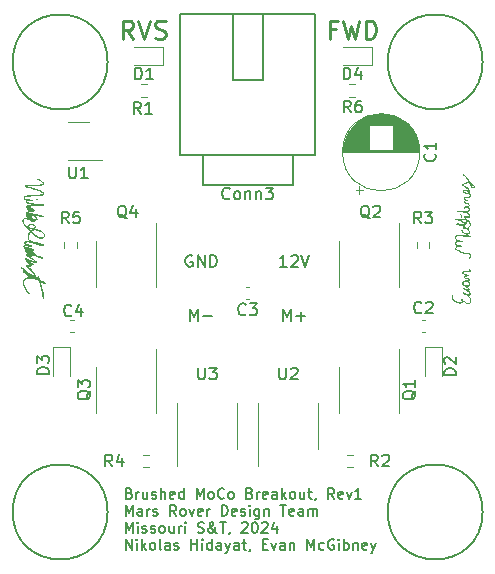
<source format=gbr>
%TF.GenerationSoftware,KiCad,Pcbnew,7.0.7*%
%TF.CreationDate,2023-11-05T22:28:57-06:00*%
%TF.ProjectId,BrushedMOCO_Breakout,42727573-6865-4644-9d4f-434f5f427265,rev?*%
%TF.SameCoordinates,Original*%
%TF.FileFunction,Legend,Top*%
%TF.FilePolarity,Positive*%
%FSLAX46Y46*%
G04 Gerber Fmt 4.6, Leading zero omitted, Abs format (unit mm)*
G04 Created by KiCad (PCBNEW 7.0.7) date 2023-11-05 22:28:57*
%MOMM*%
%LPD*%
G01*
G04 APERTURE LIST*
%ADD10C,0.150000*%
%ADD11C,0.177800*%
%ADD12C,0.254000*%
%ADD13C,0.120000*%
G04 APERTURE END LIST*
D10*
X124856952Y-98879819D02*
X124285524Y-98879819D01*
X124571238Y-98879819D02*
X124571238Y-97879819D01*
X124571238Y-97879819D02*
X124476000Y-98022676D01*
X124476000Y-98022676D02*
X124380762Y-98117914D01*
X124380762Y-98117914D02*
X124285524Y-98165533D01*
X125237905Y-97975057D02*
X125285524Y-97927438D01*
X125285524Y-97927438D02*
X125380762Y-97879819D01*
X125380762Y-97879819D02*
X125618857Y-97879819D01*
X125618857Y-97879819D02*
X125714095Y-97927438D01*
X125714095Y-97927438D02*
X125761714Y-97975057D01*
X125761714Y-97975057D02*
X125809333Y-98070295D01*
X125809333Y-98070295D02*
X125809333Y-98165533D01*
X125809333Y-98165533D02*
X125761714Y-98308390D01*
X125761714Y-98308390D02*
X125190286Y-98879819D01*
X125190286Y-98879819D02*
X125809333Y-98879819D01*
X126095048Y-97879819D02*
X126428381Y-98879819D01*
X126428381Y-98879819D02*
X126761714Y-97879819D01*
X124523619Y-103451819D02*
X124523619Y-102451819D01*
X124523619Y-102451819D02*
X124856952Y-103166104D01*
X124856952Y-103166104D02*
X125190285Y-102451819D01*
X125190285Y-102451819D02*
X125190285Y-103451819D01*
X125666476Y-103070866D02*
X126428381Y-103070866D01*
X126047428Y-103451819D02*
X126047428Y-102689914D01*
D11*
X111495973Y-118058421D02*
X111622973Y-118100755D01*
X111622973Y-118100755D02*
X111665306Y-118143088D01*
X111665306Y-118143088D02*
X111707639Y-118227755D01*
X111707639Y-118227755D02*
X111707639Y-118354755D01*
X111707639Y-118354755D02*
X111665306Y-118439421D01*
X111665306Y-118439421D02*
X111622973Y-118481755D01*
X111622973Y-118481755D02*
X111538306Y-118524088D01*
X111538306Y-118524088D02*
X111199639Y-118524088D01*
X111199639Y-118524088D02*
X111199639Y-117635088D01*
X111199639Y-117635088D02*
X111495973Y-117635088D01*
X111495973Y-117635088D02*
X111580639Y-117677421D01*
X111580639Y-117677421D02*
X111622973Y-117719755D01*
X111622973Y-117719755D02*
X111665306Y-117804421D01*
X111665306Y-117804421D02*
X111665306Y-117889088D01*
X111665306Y-117889088D02*
X111622973Y-117973755D01*
X111622973Y-117973755D02*
X111580639Y-118016088D01*
X111580639Y-118016088D02*
X111495973Y-118058421D01*
X111495973Y-118058421D02*
X111199639Y-118058421D01*
X112088639Y-118524088D02*
X112088639Y-117931421D01*
X112088639Y-118100755D02*
X112130973Y-118016088D01*
X112130973Y-118016088D02*
X112173306Y-117973755D01*
X112173306Y-117973755D02*
X112257973Y-117931421D01*
X112257973Y-117931421D02*
X112342639Y-117931421D01*
X113019972Y-117931421D02*
X113019972Y-118524088D01*
X112638972Y-117931421D02*
X112638972Y-118397088D01*
X112638972Y-118397088D02*
X112681306Y-118481755D01*
X112681306Y-118481755D02*
X112765972Y-118524088D01*
X112765972Y-118524088D02*
X112892972Y-118524088D01*
X112892972Y-118524088D02*
X112977639Y-118481755D01*
X112977639Y-118481755D02*
X113019972Y-118439421D01*
X113400972Y-118481755D02*
X113485639Y-118524088D01*
X113485639Y-118524088D02*
X113654972Y-118524088D01*
X113654972Y-118524088D02*
X113739639Y-118481755D01*
X113739639Y-118481755D02*
X113781972Y-118397088D01*
X113781972Y-118397088D02*
X113781972Y-118354755D01*
X113781972Y-118354755D02*
X113739639Y-118270088D01*
X113739639Y-118270088D02*
X113654972Y-118227755D01*
X113654972Y-118227755D02*
X113527972Y-118227755D01*
X113527972Y-118227755D02*
X113443305Y-118185421D01*
X113443305Y-118185421D02*
X113400972Y-118100755D01*
X113400972Y-118100755D02*
X113400972Y-118058421D01*
X113400972Y-118058421D02*
X113443305Y-117973755D01*
X113443305Y-117973755D02*
X113527972Y-117931421D01*
X113527972Y-117931421D02*
X113654972Y-117931421D01*
X113654972Y-117931421D02*
X113739639Y-117973755D01*
X114162972Y-118524088D02*
X114162972Y-117635088D01*
X114543972Y-118524088D02*
X114543972Y-118058421D01*
X114543972Y-118058421D02*
X114501639Y-117973755D01*
X114501639Y-117973755D02*
X114416972Y-117931421D01*
X114416972Y-117931421D02*
X114289972Y-117931421D01*
X114289972Y-117931421D02*
X114205306Y-117973755D01*
X114205306Y-117973755D02*
X114162972Y-118016088D01*
X115305972Y-118481755D02*
X115221305Y-118524088D01*
X115221305Y-118524088D02*
X115051972Y-118524088D01*
X115051972Y-118524088D02*
X114967305Y-118481755D01*
X114967305Y-118481755D02*
X114924972Y-118397088D01*
X114924972Y-118397088D02*
X114924972Y-118058421D01*
X114924972Y-118058421D02*
X114967305Y-117973755D01*
X114967305Y-117973755D02*
X115051972Y-117931421D01*
X115051972Y-117931421D02*
X115221305Y-117931421D01*
X115221305Y-117931421D02*
X115305972Y-117973755D01*
X115305972Y-117973755D02*
X115348305Y-118058421D01*
X115348305Y-118058421D02*
X115348305Y-118143088D01*
X115348305Y-118143088D02*
X114924972Y-118227755D01*
X116110305Y-118524088D02*
X116110305Y-117635088D01*
X116110305Y-118481755D02*
X116025639Y-118524088D01*
X116025639Y-118524088D02*
X115856305Y-118524088D01*
X115856305Y-118524088D02*
X115771639Y-118481755D01*
X115771639Y-118481755D02*
X115729305Y-118439421D01*
X115729305Y-118439421D02*
X115686972Y-118354755D01*
X115686972Y-118354755D02*
X115686972Y-118100755D01*
X115686972Y-118100755D02*
X115729305Y-118016088D01*
X115729305Y-118016088D02*
X115771639Y-117973755D01*
X115771639Y-117973755D02*
X115856305Y-117931421D01*
X115856305Y-117931421D02*
X116025639Y-117931421D01*
X116025639Y-117931421D02*
X116110305Y-117973755D01*
X117210971Y-118524088D02*
X117210971Y-117635088D01*
X117210971Y-117635088D02*
X117507305Y-118270088D01*
X117507305Y-118270088D02*
X117803638Y-117635088D01*
X117803638Y-117635088D02*
X117803638Y-118524088D01*
X118353971Y-118524088D02*
X118269305Y-118481755D01*
X118269305Y-118481755D02*
X118226971Y-118439421D01*
X118226971Y-118439421D02*
X118184638Y-118354755D01*
X118184638Y-118354755D02*
X118184638Y-118100755D01*
X118184638Y-118100755D02*
X118226971Y-118016088D01*
X118226971Y-118016088D02*
X118269305Y-117973755D01*
X118269305Y-117973755D02*
X118353971Y-117931421D01*
X118353971Y-117931421D02*
X118480971Y-117931421D01*
X118480971Y-117931421D02*
X118565638Y-117973755D01*
X118565638Y-117973755D02*
X118607971Y-118016088D01*
X118607971Y-118016088D02*
X118650305Y-118100755D01*
X118650305Y-118100755D02*
X118650305Y-118354755D01*
X118650305Y-118354755D02*
X118607971Y-118439421D01*
X118607971Y-118439421D02*
X118565638Y-118481755D01*
X118565638Y-118481755D02*
X118480971Y-118524088D01*
X118480971Y-118524088D02*
X118353971Y-118524088D01*
X119539304Y-118439421D02*
X119496971Y-118481755D01*
X119496971Y-118481755D02*
X119369971Y-118524088D01*
X119369971Y-118524088D02*
X119285304Y-118524088D01*
X119285304Y-118524088D02*
X119158304Y-118481755D01*
X119158304Y-118481755D02*
X119073638Y-118397088D01*
X119073638Y-118397088D02*
X119031304Y-118312421D01*
X119031304Y-118312421D02*
X118988971Y-118143088D01*
X118988971Y-118143088D02*
X118988971Y-118016088D01*
X118988971Y-118016088D02*
X119031304Y-117846755D01*
X119031304Y-117846755D02*
X119073638Y-117762088D01*
X119073638Y-117762088D02*
X119158304Y-117677421D01*
X119158304Y-117677421D02*
X119285304Y-117635088D01*
X119285304Y-117635088D02*
X119369971Y-117635088D01*
X119369971Y-117635088D02*
X119496971Y-117677421D01*
X119496971Y-117677421D02*
X119539304Y-117719755D01*
X120047304Y-118524088D02*
X119962638Y-118481755D01*
X119962638Y-118481755D02*
X119920304Y-118439421D01*
X119920304Y-118439421D02*
X119877971Y-118354755D01*
X119877971Y-118354755D02*
X119877971Y-118100755D01*
X119877971Y-118100755D02*
X119920304Y-118016088D01*
X119920304Y-118016088D02*
X119962638Y-117973755D01*
X119962638Y-117973755D02*
X120047304Y-117931421D01*
X120047304Y-117931421D02*
X120174304Y-117931421D01*
X120174304Y-117931421D02*
X120258971Y-117973755D01*
X120258971Y-117973755D02*
X120301304Y-118016088D01*
X120301304Y-118016088D02*
X120343638Y-118100755D01*
X120343638Y-118100755D02*
X120343638Y-118354755D01*
X120343638Y-118354755D02*
X120301304Y-118439421D01*
X120301304Y-118439421D02*
X120258971Y-118481755D01*
X120258971Y-118481755D02*
X120174304Y-118524088D01*
X120174304Y-118524088D02*
X120047304Y-118524088D01*
X121698304Y-118058421D02*
X121825304Y-118100755D01*
X121825304Y-118100755D02*
X121867637Y-118143088D01*
X121867637Y-118143088D02*
X121909970Y-118227755D01*
X121909970Y-118227755D02*
X121909970Y-118354755D01*
X121909970Y-118354755D02*
X121867637Y-118439421D01*
X121867637Y-118439421D02*
X121825304Y-118481755D01*
X121825304Y-118481755D02*
X121740637Y-118524088D01*
X121740637Y-118524088D02*
X121401970Y-118524088D01*
X121401970Y-118524088D02*
X121401970Y-117635088D01*
X121401970Y-117635088D02*
X121698304Y-117635088D01*
X121698304Y-117635088D02*
X121782970Y-117677421D01*
X121782970Y-117677421D02*
X121825304Y-117719755D01*
X121825304Y-117719755D02*
X121867637Y-117804421D01*
X121867637Y-117804421D02*
X121867637Y-117889088D01*
X121867637Y-117889088D02*
X121825304Y-117973755D01*
X121825304Y-117973755D02*
X121782970Y-118016088D01*
X121782970Y-118016088D02*
X121698304Y-118058421D01*
X121698304Y-118058421D02*
X121401970Y-118058421D01*
X122290970Y-118524088D02*
X122290970Y-117931421D01*
X122290970Y-118100755D02*
X122333304Y-118016088D01*
X122333304Y-118016088D02*
X122375637Y-117973755D01*
X122375637Y-117973755D02*
X122460304Y-117931421D01*
X122460304Y-117931421D02*
X122544970Y-117931421D01*
X123179970Y-118481755D02*
X123095303Y-118524088D01*
X123095303Y-118524088D02*
X122925970Y-118524088D01*
X122925970Y-118524088D02*
X122841303Y-118481755D01*
X122841303Y-118481755D02*
X122798970Y-118397088D01*
X122798970Y-118397088D02*
X122798970Y-118058421D01*
X122798970Y-118058421D02*
X122841303Y-117973755D01*
X122841303Y-117973755D02*
X122925970Y-117931421D01*
X122925970Y-117931421D02*
X123095303Y-117931421D01*
X123095303Y-117931421D02*
X123179970Y-117973755D01*
X123179970Y-117973755D02*
X123222303Y-118058421D01*
X123222303Y-118058421D02*
X123222303Y-118143088D01*
X123222303Y-118143088D02*
X122798970Y-118227755D01*
X123984303Y-118524088D02*
X123984303Y-118058421D01*
X123984303Y-118058421D02*
X123941970Y-117973755D01*
X123941970Y-117973755D02*
X123857303Y-117931421D01*
X123857303Y-117931421D02*
X123687970Y-117931421D01*
X123687970Y-117931421D02*
X123603303Y-117973755D01*
X123984303Y-118481755D02*
X123899637Y-118524088D01*
X123899637Y-118524088D02*
X123687970Y-118524088D01*
X123687970Y-118524088D02*
X123603303Y-118481755D01*
X123603303Y-118481755D02*
X123560970Y-118397088D01*
X123560970Y-118397088D02*
X123560970Y-118312421D01*
X123560970Y-118312421D02*
X123603303Y-118227755D01*
X123603303Y-118227755D02*
X123687970Y-118185421D01*
X123687970Y-118185421D02*
X123899637Y-118185421D01*
X123899637Y-118185421D02*
X123984303Y-118143088D01*
X124407636Y-118524088D02*
X124407636Y-117635088D01*
X124492303Y-118185421D02*
X124746303Y-118524088D01*
X124746303Y-117931421D02*
X124407636Y-118270088D01*
X125254303Y-118524088D02*
X125169637Y-118481755D01*
X125169637Y-118481755D02*
X125127303Y-118439421D01*
X125127303Y-118439421D02*
X125084970Y-118354755D01*
X125084970Y-118354755D02*
X125084970Y-118100755D01*
X125084970Y-118100755D02*
X125127303Y-118016088D01*
X125127303Y-118016088D02*
X125169637Y-117973755D01*
X125169637Y-117973755D02*
X125254303Y-117931421D01*
X125254303Y-117931421D02*
X125381303Y-117931421D01*
X125381303Y-117931421D02*
X125465970Y-117973755D01*
X125465970Y-117973755D02*
X125508303Y-118016088D01*
X125508303Y-118016088D02*
X125550637Y-118100755D01*
X125550637Y-118100755D02*
X125550637Y-118354755D01*
X125550637Y-118354755D02*
X125508303Y-118439421D01*
X125508303Y-118439421D02*
X125465970Y-118481755D01*
X125465970Y-118481755D02*
X125381303Y-118524088D01*
X125381303Y-118524088D02*
X125254303Y-118524088D01*
X126312636Y-117931421D02*
X126312636Y-118524088D01*
X125931636Y-117931421D02*
X125931636Y-118397088D01*
X125931636Y-118397088D02*
X125973970Y-118481755D01*
X125973970Y-118481755D02*
X126058636Y-118524088D01*
X126058636Y-118524088D02*
X126185636Y-118524088D01*
X126185636Y-118524088D02*
X126270303Y-118481755D01*
X126270303Y-118481755D02*
X126312636Y-118439421D01*
X126608969Y-117931421D02*
X126947636Y-117931421D01*
X126735969Y-117635088D02*
X126735969Y-118397088D01*
X126735969Y-118397088D02*
X126778303Y-118481755D01*
X126778303Y-118481755D02*
X126862969Y-118524088D01*
X126862969Y-118524088D02*
X126947636Y-118524088D01*
X127286303Y-118481755D02*
X127286303Y-118524088D01*
X127286303Y-118524088D02*
X127243969Y-118608755D01*
X127243969Y-118608755D02*
X127201636Y-118651088D01*
X128852635Y-118524088D02*
X128556302Y-118100755D01*
X128344635Y-118524088D02*
X128344635Y-117635088D01*
X128344635Y-117635088D02*
X128683302Y-117635088D01*
X128683302Y-117635088D02*
X128767969Y-117677421D01*
X128767969Y-117677421D02*
X128810302Y-117719755D01*
X128810302Y-117719755D02*
X128852635Y-117804421D01*
X128852635Y-117804421D02*
X128852635Y-117931421D01*
X128852635Y-117931421D02*
X128810302Y-118016088D01*
X128810302Y-118016088D02*
X128767969Y-118058421D01*
X128767969Y-118058421D02*
X128683302Y-118100755D01*
X128683302Y-118100755D02*
X128344635Y-118100755D01*
X129572302Y-118481755D02*
X129487635Y-118524088D01*
X129487635Y-118524088D02*
X129318302Y-118524088D01*
X129318302Y-118524088D02*
X129233635Y-118481755D01*
X129233635Y-118481755D02*
X129191302Y-118397088D01*
X129191302Y-118397088D02*
X129191302Y-118058421D01*
X129191302Y-118058421D02*
X129233635Y-117973755D01*
X129233635Y-117973755D02*
X129318302Y-117931421D01*
X129318302Y-117931421D02*
X129487635Y-117931421D01*
X129487635Y-117931421D02*
X129572302Y-117973755D01*
X129572302Y-117973755D02*
X129614635Y-118058421D01*
X129614635Y-118058421D02*
X129614635Y-118143088D01*
X129614635Y-118143088D02*
X129191302Y-118227755D01*
X129910969Y-117931421D02*
X130122635Y-118524088D01*
X130122635Y-118524088D02*
X130334302Y-117931421D01*
X131138635Y-118524088D02*
X130630635Y-118524088D01*
X130884635Y-118524088D02*
X130884635Y-117635088D01*
X130884635Y-117635088D02*
X130799968Y-117762088D01*
X130799968Y-117762088D02*
X130715302Y-117846755D01*
X130715302Y-117846755D02*
X130630635Y-117889088D01*
X111199639Y-119955378D02*
X111199639Y-119066378D01*
X111199639Y-119066378D02*
X111495973Y-119701378D01*
X111495973Y-119701378D02*
X111792306Y-119066378D01*
X111792306Y-119066378D02*
X111792306Y-119955378D01*
X112596639Y-119955378D02*
X112596639Y-119489711D01*
X112596639Y-119489711D02*
X112554306Y-119405045D01*
X112554306Y-119405045D02*
X112469639Y-119362711D01*
X112469639Y-119362711D02*
X112300306Y-119362711D01*
X112300306Y-119362711D02*
X112215639Y-119405045D01*
X112596639Y-119913045D02*
X112511973Y-119955378D01*
X112511973Y-119955378D02*
X112300306Y-119955378D01*
X112300306Y-119955378D02*
X112215639Y-119913045D01*
X112215639Y-119913045D02*
X112173306Y-119828378D01*
X112173306Y-119828378D02*
X112173306Y-119743711D01*
X112173306Y-119743711D02*
X112215639Y-119659045D01*
X112215639Y-119659045D02*
X112300306Y-119616711D01*
X112300306Y-119616711D02*
X112511973Y-119616711D01*
X112511973Y-119616711D02*
X112596639Y-119574378D01*
X113019972Y-119955378D02*
X113019972Y-119362711D01*
X113019972Y-119532045D02*
X113062306Y-119447378D01*
X113062306Y-119447378D02*
X113104639Y-119405045D01*
X113104639Y-119405045D02*
X113189306Y-119362711D01*
X113189306Y-119362711D02*
X113273972Y-119362711D01*
X113527972Y-119913045D02*
X113612639Y-119955378D01*
X113612639Y-119955378D02*
X113781972Y-119955378D01*
X113781972Y-119955378D02*
X113866639Y-119913045D01*
X113866639Y-119913045D02*
X113908972Y-119828378D01*
X113908972Y-119828378D02*
X113908972Y-119786045D01*
X113908972Y-119786045D02*
X113866639Y-119701378D01*
X113866639Y-119701378D02*
X113781972Y-119659045D01*
X113781972Y-119659045D02*
X113654972Y-119659045D01*
X113654972Y-119659045D02*
X113570305Y-119616711D01*
X113570305Y-119616711D02*
X113527972Y-119532045D01*
X113527972Y-119532045D02*
X113527972Y-119489711D01*
X113527972Y-119489711D02*
X113570305Y-119405045D01*
X113570305Y-119405045D02*
X113654972Y-119362711D01*
X113654972Y-119362711D02*
X113781972Y-119362711D01*
X113781972Y-119362711D02*
X113866639Y-119405045D01*
X115475305Y-119955378D02*
X115178972Y-119532045D01*
X114967305Y-119955378D02*
X114967305Y-119066378D01*
X114967305Y-119066378D02*
X115305972Y-119066378D01*
X115305972Y-119066378D02*
X115390639Y-119108711D01*
X115390639Y-119108711D02*
X115432972Y-119151045D01*
X115432972Y-119151045D02*
X115475305Y-119235711D01*
X115475305Y-119235711D02*
X115475305Y-119362711D01*
X115475305Y-119362711D02*
X115432972Y-119447378D01*
X115432972Y-119447378D02*
X115390639Y-119489711D01*
X115390639Y-119489711D02*
X115305972Y-119532045D01*
X115305972Y-119532045D02*
X114967305Y-119532045D01*
X115983305Y-119955378D02*
X115898639Y-119913045D01*
X115898639Y-119913045D02*
X115856305Y-119870711D01*
X115856305Y-119870711D02*
X115813972Y-119786045D01*
X115813972Y-119786045D02*
X115813972Y-119532045D01*
X115813972Y-119532045D02*
X115856305Y-119447378D01*
X115856305Y-119447378D02*
X115898639Y-119405045D01*
X115898639Y-119405045D02*
X115983305Y-119362711D01*
X115983305Y-119362711D02*
X116110305Y-119362711D01*
X116110305Y-119362711D02*
X116194972Y-119405045D01*
X116194972Y-119405045D02*
X116237305Y-119447378D01*
X116237305Y-119447378D02*
X116279639Y-119532045D01*
X116279639Y-119532045D02*
X116279639Y-119786045D01*
X116279639Y-119786045D02*
X116237305Y-119870711D01*
X116237305Y-119870711D02*
X116194972Y-119913045D01*
X116194972Y-119913045D02*
X116110305Y-119955378D01*
X116110305Y-119955378D02*
X115983305Y-119955378D01*
X116575972Y-119362711D02*
X116787638Y-119955378D01*
X116787638Y-119955378D02*
X116999305Y-119362711D01*
X117676638Y-119913045D02*
X117591971Y-119955378D01*
X117591971Y-119955378D02*
X117422638Y-119955378D01*
X117422638Y-119955378D02*
X117337971Y-119913045D01*
X117337971Y-119913045D02*
X117295638Y-119828378D01*
X117295638Y-119828378D02*
X117295638Y-119489711D01*
X117295638Y-119489711D02*
X117337971Y-119405045D01*
X117337971Y-119405045D02*
X117422638Y-119362711D01*
X117422638Y-119362711D02*
X117591971Y-119362711D01*
X117591971Y-119362711D02*
X117676638Y-119405045D01*
X117676638Y-119405045D02*
X117718971Y-119489711D01*
X117718971Y-119489711D02*
X117718971Y-119574378D01*
X117718971Y-119574378D02*
X117295638Y-119659045D01*
X118099971Y-119955378D02*
X118099971Y-119362711D01*
X118099971Y-119532045D02*
X118142305Y-119447378D01*
X118142305Y-119447378D02*
X118184638Y-119405045D01*
X118184638Y-119405045D02*
X118269305Y-119362711D01*
X118269305Y-119362711D02*
X118353971Y-119362711D01*
X119327637Y-119955378D02*
X119327637Y-119066378D01*
X119327637Y-119066378D02*
X119539304Y-119066378D01*
X119539304Y-119066378D02*
X119666304Y-119108711D01*
X119666304Y-119108711D02*
X119750971Y-119193378D01*
X119750971Y-119193378D02*
X119793304Y-119278045D01*
X119793304Y-119278045D02*
X119835637Y-119447378D01*
X119835637Y-119447378D02*
X119835637Y-119574378D01*
X119835637Y-119574378D02*
X119793304Y-119743711D01*
X119793304Y-119743711D02*
X119750971Y-119828378D01*
X119750971Y-119828378D02*
X119666304Y-119913045D01*
X119666304Y-119913045D02*
X119539304Y-119955378D01*
X119539304Y-119955378D02*
X119327637Y-119955378D01*
X120555304Y-119913045D02*
X120470637Y-119955378D01*
X120470637Y-119955378D02*
X120301304Y-119955378D01*
X120301304Y-119955378D02*
X120216637Y-119913045D01*
X120216637Y-119913045D02*
X120174304Y-119828378D01*
X120174304Y-119828378D02*
X120174304Y-119489711D01*
X120174304Y-119489711D02*
X120216637Y-119405045D01*
X120216637Y-119405045D02*
X120301304Y-119362711D01*
X120301304Y-119362711D02*
X120470637Y-119362711D01*
X120470637Y-119362711D02*
X120555304Y-119405045D01*
X120555304Y-119405045D02*
X120597637Y-119489711D01*
X120597637Y-119489711D02*
X120597637Y-119574378D01*
X120597637Y-119574378D02*
X120174304Y-119659045D01*
X120936304Y-119913045D02*
X121020971Y-119955378D01*
X121020971Y-119955378D02*
X121190304Y-119955378D01*
X121190304Y-119955378D02*
X121274971Y-119913045D01*
X121274971Y-119913045D02*
X121317304Y-119828378D01*
X121317304Y-119828378D02*
X121317304Y-119786045D01*
X121317304Y-119786045D02*
X121274971Y-119701378D01*
X121274971Y-119701378D02*
X121190304Y-119659045D01*
X121190304Y-119659045D02*
X121063304Y-119659045D01*
X121063304Y-119659045D02*
X120978637Y-119616711D01*
X120978637Y-119616711D02*
X120936304Y-119532045D01*
X120936304Y-119532045D02*
X120936304Y-119489711D01*
X120936304Y-119489711D02*
X120978637Y-119405045D01*
X120978637Y-119405045D02*
X121063304Y-119362711D01*
X121063304Y-119362711D02*
X121190304Y-119362711D01*
X121190304Y-119362711D02*
X121274971Y-119405045D01*
X121698304Y-119955378D02*
X121698304Y-119362711D01*
X121698304Y-119066378D02*
X121655971Y-119108711D01*
X121655971Y-119108711D02*
X121698304Y-119151045D01*
X121698304Y-119151045D02*
X121740638Y-119108711D01*
X121740638Y-119108711D02*
X121698304Y-119066378D01*
X121698304Y-119066378D02*
X121698304Y-119151045D01*
X122502637Y-119362711D02*
X122502637Y-120082378D01*
X122502637Y-120082378D02*
X122460304Y-120167045D01*
X122460304Y-120167045D02*
X122417971Y-120209378D01*
X122417971Y-120209378D02*
X122333304Y-120251711D01*
X122333304Y-120251711D02*
X122206304Y-120251711D01*
X122206304Y-120251711D02*
X122121637Y-120209378D01*
X122502637Y-119913045D02*
X122417971Y-119955378D01*
X122417971Y-119955378D02*
X122248637Y-119955378D01*
X122248637Y-119955378D02*
X122163971Y-119913045D01*
X122163971Y-119913045D02*
X122121637Y-119870711D01*
X122121637Y-119870711D02*
X122079304Y-119786045D01*
X122079304Y-119786045D02*
X122079304Y-119532045D01*
X122079304Y-119532045D02*
X122121637Y-119447378D01*
X122121637Y-119447378D02*
X122163971Y-119405045D01*
X122163971Y-119405045D02*
X122248637Y-119362711D01*
X122248637Y-119362711D02*
X122417971Y-119362711D01*
X122417971Y-119362711D02*
X122502637Y-119405045D01*
X122925970Y-119362711D02*
X122925970Y-119955378D01*
X122925970Y-119447378D02*
X122968304Y-119405045D01*
X122968304Y-119405045D02*
X123052970Y-119362711D01*
X123052970Y-119362711D02*
X123179970Y-119362711D01*
X123179970Y-119362711D02*
X123264637Y-119405045D01*
X123264637Y-119405045D02*
X123306970Y-119489711D01*
X123306970Y-119489711D02*
X123306970Y-119955378D01*
X124280636Y-119066378D02*
X124788636Y-119066378D01*
X124534636Y-119955378D02*
X124534636Y-119066378D01*
X125423636Y-119913045D02*
X125338969Y-119955378D01*
X125338969Y-119955378D02*
X125169636Y-119955378D01*
X125169636Y-119955378D02*
X125084969Y-119913045D01*
X125084969Y-119913045D02*
X125042636Y-119828378D01*
X125042636Y-119828378D02*
X125042636Y-119489711D01*
X125042636Y-119489711D02*
X125084969Y-119405045D01*
X125084969Y-119405045D02*
X125169636Y-119362711D01*
X125169636Y-119362711D02*
X125338969Y-119362711D01*
X125338969Y-119362711D02*
X125423636Y-119405045D01*
X125423636Y-119405045D02*
X125465969Y-119489711D01*
X125465969Y-119489711D02*
X125465969Y-119574378D01*
X125465969Y-119574378D02*
X125042636Y-119659045D01*
X126227969Y-119955378D02*
X126227969Y-119489711D01*
X126227969Y-119489711D02*
X126185636Y-119405045D01*
X126185636Y-119405045D02*
X126100969Y-119362711D01*
X126100969Y-119362711D02*
X125931636Y-119362711D01*
X125931636Y-119362711D02*
X125846969Y-119405045D01*
X126227969Y-119913045D02*
X126143303Y-119955378D01*
X126143303Y-119955378D02*
X125931636Y-119955378D01*
X125931636Y-119955378D02*
X125846969Y-119913045D01*
X125846969Y-119913045D02*
X125804636Y-119828378D01*
X125804636Y-119828378D02*
X125804636Y-119743711D01*
X125804636Y-119743711D02*
X125846969Y-119659045D01*
X125846969Y-119659045D02*
X125931636Y-119616711D01*
X125931636Y-119616711D02*
X126143303Y-119616711D01*
X126143303Y-119616711D02*
X126227969Y-119574378D01*
X126651302Y-119955378D02*
X126651302Y-119362711D01*
X126651302Y-119447378D02*
X126693636Y-119405045D01*
X126693636Y-119405045D02*
X126778302Y-119362711D01*
X126778302Y-119362711D02*
X126905302Y-119362711D01*
X126905302Y-119362711D02*
X126989969Y-119405045D01*
X126989969Y-119405045D02*
X127032302Y-119489711D01*
X127032302Y-119489711D02*
X127032302Y-119955378D01*
X127032302Y-119489711D02*
X127074636Y-119405045D01*
X127074636Y-119405045D02*
X127159302Y-119362711D01*
X127159302Y-119362711D02*
X127286302Y-119362711D01*
X127286302Y-119362711D02*
X127370969Y-119405045D01*
X127370969Y-119405045D02*
X127413302Y-119489711D01*
X127413302Y-119489711D02*
X127413302Y-119955378D01*
X111199639Y-121386668D02*
X111199639Y-120497668D01*
X111199639Y-120497668D02*
X111495973Y-121132668D01*
X111495973Y-121132668D02*
X111792306Y-120497668D01*
X111792306Y-120497668D02*
X111792306Y-121386668D01*
X112215639Y-121386668D02*
X112215639Y-120794001D01*
X112215639Y-120497668D02*
X112173306Y-120540001D01*
X112173306Y-120540001D02*
X112215639Y-120582335D01*
X112215639Y-120582335D02*
X112257973Y-120540001D01*
X112257973Y-120540001D02*
X112215639Y-120497668D01*
X112215639Y-120497668D02*
X112215639Y-120582335D01*
X112596639Y-121344335D02*
X112681306Y-121386668D01*
X112681306Y-121386668D02*
X112850639Y-121386668D01*
X112850639Y-121386668D02*
X112935306Y-121344335D01*
X112935306Y-121344335D02*
X112977639Y-121259668D01*
X112977639Y-121259668D02*
X112977639Y-121217335D01*
X112977639Y-121217335D02*
X112935306Y-121132668D01*
X112935306Y-121132668D02*
X112850639Y-121090335D01*
X112850639Y-121090335D02*
X112723639Y-121090335D01*
X112723639Y-121090335D02*
X112638972Y-121048001D01*
X112638972Y-121048001D02*
X112596639Y-120963335D01*
X112596639Y-120963335D02*
X112596639Y-120921001D01*
X112596639Y-120921001D02*
X112638972Y-120836335D01*
X112638972Y-120836335D02*
X112723639Y-120794001D01*
X112723639Y-120794001D02*
X112850639Y-120794001D01*
X112850639Y-120794001D02*
X112935306Y-120836335D01*
X113316306Y-121344335D02*
X113400973Y-121386668D01*
X113400973Y-121386668D02*
X113570306Y-121386668D01*
X113570306Y-121386668D02*
X113654973Y-121344335D01*
X113654973Y-121344335D02*
X113697306Y-121259668D01*
X113697306Y-121259668D02*
X113697306Y-121217335D01*
X113697306Y-121217335D02*
X113654973Y-121132668D01*
X113654973Y-121132668D02*
X113570306Y-121090335D01*
X113570306Y-121090335D02*
X113443306Y-121090335D01*
X113443306Y-121090335D02*
X113358639Y-121048001D01*
X113358639Y-121048001D02*
X113316306Y-120963335D01*
X113316306Y-120963335D02*
X113316306Y-120921001D01*
X113316306Y-120921001D02*
X113358639Y-120836335D01*
X113358639Y-120836335D02*
X113443306Y-120794001D01*
X113443306Y-120794001D02*
X113570306Y-120794001D01*
X113570306Y-120794001D02*
X113654973Y-120836335D01*
X114205306Y-121386668D02*
X114120640Y-121344335D01*
X114120640Y-121344335D02*
X114078306Y-121302001D01*
X114078306Y-121302001D02*
X114035973Y-121217335D01*
X114035973Y-121217335D02*
X114035973Y-120963335D01*
X114035973Y-120963335D02*
X114078306Y-120878668D01*
X114078306Y-120878668D02*
X114120640Y-120836335D01*
X114120640Y-120836335D02*
X114205306Y-120794001D01*
X114205306Y-120794001D02*
X114332306Y-120794001D01*
X114332306Y-120794001D02*
X114416973Y-120836335D01*
X114416973Y-120836335D02*
X114459306Y-120878668D01*
X114459306Y-120878668D02*
X114501640Y-120963335D01*
X114501640Y-120963335D02*
X114501640Y-121217335D01*
X114501640Y-121217335D02*
X114459306Y-121302001D01*
X114459306Y-121302001D02*
X114416973Y-121344335D01*
X114416973Y-121344335D02*
X114332306Y-121386668D01*
X114332306Y-121386668D02*
X114205306Y-121386668D01*
X115263639Y-120794001D02*
X115263639Y-121386668D01*
X114882639Y-120794001D02*
X114882639Y-121259668D01*
X114882639Y-121259668D02*
X114924973Y-121344335D01*
X114924973Y-121344335D02*
X115009639Y-121386668D01*
X115009639Y-121386668D02*
X115136639Y-121386668D01*
X115136639Y-121386668D02*
X115221306Y-121344335D01*
X115221306Y-121344335D02*
X115263639Y-121302001D01*
X115686972Y-121386668D02*
X115686972Y-120794001D01*
X115686972Y-120963335D02*
X115729306Y-120878668D01*
X115729306Y-120878668D02*
X115771639Y-120836335D01*
X115771639Y-120836335D02*
X115856306Y-120794001D01*
X115856306Y-120794001D02*
X115940972Y-120794001D01*
X116237305Y-121386668D02*
X116237305Y-120794001D01*
X116237305Y-120497668D02*
X116194972Y-120540001D01*
X116194972Y-120540001D02*
X116237305Y-120582335D01*
X116237305Y-120582335D02*
X116279639Y-120540001D01*
X116279639Y-120540001D02*
X116237305Y-120497668D01*
X116237305Y-120497668D02*
X116237305Y-120582335D01*
X117295638Y-121344335D02*
X117422638Y-121386668D01*
X117422638Y-121386668D02*
X117634305Y-121386668D01*
X117634305Y-121386668D02*
X117718971Y-121344335D01*
X117718971Y-121344335D02*
X117761305Y-121302001D01*
X117761305Y-121302001D02*
X117803638Y-121217335D01*
X117803638Y-121217335D02*
X117803638Y-121132668D01*
X117803638Y-121132668D02*
X117761305Y-121048001D01*
X117761305Y-121048001D02*
X117718971Y-121005668D01*
X117718971Y-121005668D02*
X117634305Y-120963335D01*
X117634305Y-120963335D02*
X117464971Y-120921001D01*
X117464971Y-120921001D02*
X117380305Y-120878668D01*
X117380305Y-120878668D02*
X117337971Y-120836335D01*
X117337971Y-120836335D02*
X117295638Y-120751668D01*
X117295638Y-120751668D02*
X117295638Y-120667001D01*
X117295638Y-120667001D02*
X117337971Y-120582335D01*
X117337971Y-120582335D02*
X117380305Y-120540001D01*
X117380305Y-120540001D02*
X117464971Y-120497668D01*
X117464971Y-120497668D02*
X117676638Y-120497668D01*
X117676638Y-120497668D02*
X117803638Y-120540001D01*
X118904305Y-121386668D02*
X118861972Y-121386668D01*
X118861972Y-121386668D02*
X118777305Y-121344335D01*
X118777305Y-121344335D02*
X118650305Y-121217335D01*
X118650305Y-121217335D02*
X118438638Y-120963335D01*
X118438638Y-120963335D02*
X118353972Y-120836335D01*
X118353972Y-120836335D02*
X118311638Y-120709335D01*
X118311638Y-120709335D02*
X118311638Y-120624668D01*
X118311638Y-120624668D02*
X118353972Y-120540001D01*
X118353972Y-120540001D02*
X118438638Y-120497668D01*
X118438638Y-120497668D02*
X118480972Y-120497668D01*
X118480972Y-120497668D02*
X118565638Y-120540001D01*
X118565638Y-120540001D02*
X118607972Y-120624668D01*
X118607972Y-120624668D02*
X118607972Y-120667001D01*
X118607972Y-120667001D02*
X118565638Y-120751668D01*
X118565638Y-120751668D02*
X118523305Y-120794001D01*
X118523305Y-120794001D02*
X118269305Y-120963335D01*
X118269305Y-120963335D02*
X118226972Y-121005668D01*
X118226972Y-121005668D02*
X118184638Y-121090335D01*
X118184638Y-121090335D02*
X118184638Y-121217335D01*
X118184638Y-121217335D02*
X118226972Y-121302001D01*
X118226972Y-121302001D02*
X118269305Y-121344335D01*
X118269305Y-121344335D02*
X118353972Y-121386668D01*
X118353972Y-121386668D02*
X118480972Y-121386668D01*
X118480972Y-121386668D02*
X118565638Y-121344335D01*
X118565638Y-121344335D02*
X118607972Y-121302001D01*
X118607972Y-121302001D02*
X118734972Y-121132668D01*
X118734972Y-121132668D02*
X118777305Y-121005668D01*
X118777305Y-121005668D02*
X118777305Y-120921001D01*
X119158305Y-120497668D02*
X119666305Y-120497668D01*
X119412305Y-121386668D02*
X119412305Y-120497668D01*
X120004972Y-121344335D02*
X120004972Y-121386668D01*
X120004972Y-121386668D02*
X119962638Y-121471335D01*
X119962638Y-121471335D02*
X119920305Y-121513668D01*
X121020971Y-120582335D02*
X121063304Y-120540001D01*
X121063304Y-120540001D02*
X121147971Y-120497668D01*
X121147971Y-120497668D02*
X121359638Y-120497668D01*
X121359638Y-120497668D02*
X121444304Y-120540001D01*
X121444304Y-120540001D02*
X121486638Y-120582335D01*
X121486638Y-120582335D02*
X121528971Y-120667001D01*
X121528971Y-120667001D02*
X121528971Y-120751668D01*
X121528971Y-120751668D02*
X121486638Y-120878668D01*
X121486638Y-120878668D02*
X120978638Y-121386668D01*
X120978638Y-121386668D02*
X121528971Y-121386668D01*
X122079305Y-120497668D02*
X122163971Y-120497668D01*
X122163971Y-120497668D02*
X122248638Y-120540001D01*
X122248638Y-120540001D02*
X122290971Y-120582335D01*
X122290971Y-120582335D02*
X122333305Y-120667001D01*
X122333305Y-120667001D02*
X122375638Y-120836335D01*
X122375638Y-120836335D02*
X122375638Y-121048001D01*
X122375638Y-121048001D02*
X122333305Y-121217335D01*
X122333305Y-121217335D02*
X122290971Y-121302001D01*
X122290971Y-121302001D02*
X122248638Y-121344335D01*
X122248638Y-121344335D02*
X122163971Y-121386668D01*
X122163971Y-121386668D02*
X122079305Y-121386668D01*
X122079305Y-121386668D02*
X121994638Y-121344335D01*
X121994638Y-121344335D02*
X121952305Y-121302001D01*
X121952305Y-121302001D02*
X121909971Y-121217335D01*
X121909971Y-121217335D02*
X121867638Y-121048001D01*
X121867638Y-121048001D02*
X121867638Y-120836335D01*
X121867638Y-120836335D02*
X121909971Y-120667001D01*
X121909971Y-120667001D02*
X121952305Y-120582335D01*
X121952305Y-120582335D02*
X121994638Y-120540001D01*
X121994638Y-120540001D02*
X122079305Y-120497668D01*
X122714305Y-120582335D02*
X122756638Y-120540001D01*
X122756638Y-120540001D02*
X122841305Y-120497668D01*
X122841305Y-120497668D02*
X123052972Y-120497668D01*
X123052972Y-120497668D02*
X123137638Y-120540001D01*
X123137638Y-120540001D02*
X123179972Y-120582335D01*
X123179972Y-120582335D02*
X123222305Y-120667001D01*
X123222305Y-120667001D02*
X123222305Y-120751668D01*
X123222305Y-120751668D02*
X123179972Y-120878668D01*
X123179972Y-120878668D02*
X122671972Y-121386668D01*
X122671972Y-121386668D02*
X123222305Y-121386668D01*
X123984305Y-120794001D02*
X123984305Y-121386668D01*
X123772639Y-120455335D02*
X123560972Y-121090335D01*
X123560972Y-121090335D02*
X124111305Y-121090335D01*
X111199639Y-122817958D02*
X111199639Y-121928958D01*
X111199639Y-121928958D02*
X111707639Y-122817958D01*
X111707639Y-122817958D02*
X111707639Y-121928958D01*
X112130972Y-122817958D02*
X112130972Y-122225291D01*
X112130972Y-121928958D02*
X112088639Y-121971291D01*
X112088639Y-121971291D02*
X112130972Y-122013625D01*
X112130972Y-122013625D02*
X112173306Y-121971291D01*
X112173306Y-121971291D02*
X112130972Y-121928958D01*
X112130972Y-121928958D02*
X112130972Y-122013625D01*
X112554305Y-122817958D02*
X112554305Y-121928958D01*
X112638972Y-122479291D02*
X112892972Y-122817958D01*
X112892972Y-122225291D02*
X112554305Y-122563958D01*
X113400972Y-122817958D02*
X113316306Y-122775625D01*
X113316306Y-122775625D02*
X113273972Y-122733291D01*
X113273972Y-122733291D02*
X113231639Y-122648625D01*
X113231639Y-122648625D02*
X113231639Y-122394625D01*
X113231639Y-122394625D02*
X113273972Y-122309958D01*
X113273972Y-122309958D02*
X113316306Y-122267625D01*
X113316306Y-122267625D02*
X113400972Y-122225291D01*
X113400972Y-122225291D02*
X113527972Y-122225291D01*
X113527972Y-122225291D02*
X113612639Y-122267625D01*
X113612639Y-122267625D02*
X113654972Y-122309958D01*
X113654972Y-122309958D02*
X113697306Y-122394625D01*
X113697306Y-122394625D02*
X113697306Y-122648625D01*
X113697306Y-122648625D02*
X113654972Y-122733291D01*
X113654972Y-122733291D02*
X113612639Y-122775625D01*
X113612639Y-122775625D02*
X113527972Y-122817958D01*
X113527972Y-122817958D02*
X113400972Y-122817958D01*
X114205305Y-122817958D02*
X114120639Y-122775625D01*
X114120639Y-122775625D02*
X114078305Y-122690958D01*
X114078305Y-122690958D02*
X114078305Y-121928958D01*
X114924972Y-122817958D02*
X114924972Y-122352291D01*
X114924972Y-122352291D02*
X114882639Y-122267625D01*
X114882639Y-122267625D02*
X114797972Y-122225291D01*
X114797972Y-122225291D02*
X114628639Y-122225291D01*
X114628639Y-122225291D02*
X114543972Y-122267625D01*
X114924972Y-122775625D02*
X114840306Y-122817958D01*
X114840306Y-122817958D02*
X114628639Y-122817958D01*
X114628639Y-122817958D02*
X114543972Y-122775625D01*
X114543972Y-122775625D02*
X114501639Y-122690958D01*
X114501639Y-122690958D02*
X114501639Y-122606291D01*
X114501639Y-122606291D02*
X114543972Y-122521625D01*
X114543972Y-122521625D02*
X114628639Y-122479291D01*
X114628639Y-122479291D02*
X114840306Y-122479291D01*
X114840306Y-122479291D02*
X114924972Y-122436958D01*
X115305972Y-122775625D02*
X115390639Y-122817958D01*
X115390639Y-122817958D02*
X115559972Y-122817958D01*
X115559972Y-122817958D02*
X115644639Y-122775625D01*
X115644639Y-122775625D02*
X115686972Y-122690958D01*
X115686972Y-122690958D02*
X115686972Y-122648625D01*
X115686972Y-122648625D02*
X115644639Y-122563958D01*
X115644639Y-122563958D02*
X115559972Y-122521625D01*
X115559972Y-122521625D02*
X115432972Y-122521625D01*
X115432972Y-122521625D02*
X115348305Y-122479291D01*
X115348305Y-122479291D02*
X115305972Y-122394625D01*
X115305972Y-122394625D02*
X115305972Y-122352291D01*
X115305972Y-122352291D02*
X115348305Y-122267625D01*
X115348305Y-122267625D02*
X115432972Y-122225291D01*
X115432972Y-122225291D02*
X115559972Y-122225291D01*
X115559972Y-122225291D02*
X115644639Y-122267625D01*
X116745305Y-122817958D02*
X116745305Y-121928958D01*
X116745305Y-122352291D02*
X117253305Y-122352291D01*
X117253305Y-122817958D02*
X117253305Y-121928958D01*
X117676638Y-122817958D02*
X117676638Y-122225291D01*
X117676638Y-121928958D02*
X117634305Y-121971291D01*
X117634305Y-121971291D02*
X117676638Y-122013625D01*
X117676638Y-122013625D02*
X117718972Y-121971291D01*
X117718972Y-121971291D02*
X117676638Y-121928958D01*
X117676638Y-121928958D02*
X117676638Y-122013625D01*
X118480971Y-122817958D02*
X118480971Y-121928958D01*
X118480971Y-122775625D02*
X118396305Y-122817958D01*
X118396305Y-122817958D02*
X118226971Y-122817958D01*
X118226971Y-122817958D02*
X118142305Y-122775625D01*
X118142305Y-122775625D02*
X118099971Y-122733291D01*
X118099971Y-122733291D02*
X118057638Y-122648625D01*
X118057638Y-122648625D02*
X118057638Y-122394625D01*
X118057638Y-122394625D02*
X118099971Y-122309958D01*
X118099971Y-122309958D02*
X118142305Y-122267625D01*
X118142305Y-122267625D02*
X118226971Y-122225291D01*
X118226971Y-122225291D02*
X118396305Y-122225291D01*
X118396305Y-122225291D02*
X118480971Y-122267625D01*
X119285304Y-122817958D02*
X119285304Y-122352291D01*
X119285304Y-122352291D02*
X119242971Y-122267625D01*
X119242971Y-122267625D02*
X119158304Y-122225291D01*
X119158304Y-122225291D02*
X118988971Y-122225291D01*
X118988971Y-122225291D02*
X118904304Y-122267625D01*
X119285304Y-122775625D02*
X119200638Y-122817958D01*
X119200638Y-122817958D02*
X118988971Y-122817958D01*
X118988971Y-122817958D02*
X118904304Y-122775625D01*
X118904304Y-122775625D02*
X118861971Y-122690958D01*
X118861971Y-122690958D02*
X118861971Y-122606291D01*
X118861971Y-122606291D02*
X118904304Y-122521625D01*
X118904304Y-122521625D02*
X118988971Y-122479291D01*
X118988971Y-122479291D02*
X119200638Y-122479291D01*
X119200638Y-122479291D02*
X119285304Y-122436958D01*
X119623971Y-122225291D02*
X119835637Y-122817958D01*
X120047304Y-122225291D02*
X119835637Y-122817958D01*
X119835637Y-122817958D02*
X119750971Y-123029625D01*
X119750971Y-123029625D02*
X119708637Y-123071958D01*
X119708637Y-123071958D02*
X119623971Y-123114291D01*
X120766970Y-122817958D02*
X120766970Y-122352291D01*
X120766970Y-122352291D02*
X120724637Y-122267625D01*
X120724637Y-122267625D02*
X120639970Y-122225291D01*
X120639970Y-122225291D02*
X120470637Y-122225291D01*
X120470637Y-122225291D02*
X120385970Y-122267625D01*
X120766970Y-122775625D02*
X120682304Y-122817958D01*
X120682304Y-122817958D02*
X120470637Y-122817958D01*
X120470637Y-122817958D02*
X120385970Y-122775625D01*
X120385970Y-122775625D02*
X120343637Y-122690958D01*
X120343637Y-122690958D02*
X120343637Y-122606291D01*
X120343637Y-122606291D02*
X120385970Y-122521625D01*
X120385970Y-122521625D02*
X120470637Y-122479291D01*
X120470637Y-122479291D02*
X120682304Y-122479291D01*
X120682304Y-122479291D02*
X120766970Y-122436958D01*
X121063303Y-122225291D02*
X121401970Y-122225291D01*
X121190303Y-121928958D02*
X121190303Y-122690958D01*
X121190303Y-122690958D02*
X121232637Y-122775625D01*
X121232637Y-122775625D02*
X121317303Y-122817958D01*
X121317303Y-122817958D02*
X121401970Y-122817958D01*
X121740637Y-122775625D02*
X121740637Y-122817958D01*
X121740637Y-122817958D02*
X121698303Y-122902625D01*
X121698303Y-122902625D02*
X121655970Y-122944958D01*
X122798969Y-122352291D02*
X123095303Y-122352291D01*
X123222303Y-122817958D02*
X122798969Y-122817958D01*
X122798969Y-122817958D02*
X122798969Y-121928958D01*
X122798969Y-121928958D02*
X123222303Y-121928958D01*
X123518636Y-122225291D02*
X123730302Y-122817958D01*
X123730302Y-122817958D02*
X123941969Y-122225291D01*
X124661635Y-122817958D02*
X124661635Y-122352291D01*
X124661635Y-122352291D02*
X124619302Y-122267625D01*
X124619302Y-122267625D02*
X124534635Y-122225291D01*
X124534635Y-122225291D02*
X124365302Y-122225291D01*
X124365302Y-122225291D02*
X124280635Y-122267625D01*
X124661635Y-122775625D02*
X124576969Y-122817958D01*
X124576969Y-122817958D02*
X124365302Y-122817958D01*
X124365302Y-122817958D02*
X124280635Y-122775625D01*
X124280635Y-122775625D02*
X124238302Y-122690958D01*
X124238302Y-122690958D02*
X124238302Y-122606291D01*
X124238302Y-122606291D02*
X124280635Y-122521625D01*
X124280635Y-122521625D02*
X124365302Y-122479291D01*
X124365302Y-122479291D02*
X124576969Y-122479291D01*
X124576969Y-122479291D02*
X124661635Y-122436958D01*
X125084968Y-122225291D02*
X125084968Y-122817958D01*
X125084968Y-122309958D02*
X125127302Y-122267625D01*
X125127302Y-122267625D02*
X125211968Y-122225291D01*
X125211968Y-122225291D02*
X125338968Y-122225291D01*
X125338968Y-122225291D02*
X125423635Y-122267625D01*
X125423635Y-122267625D02*
X125465968Y-122352291D01*
X125465968Y-122352291D02*
X125465968Y-122817958D01*
X126566634Y-122817958D02*
X126566634Y-121928958D01*
X126566634Y-121928958D02*
X126862968Y-122563958D01*
X126862968Y-122563958D02*
X127159301Y-121928958D01*
X127159301Y-121928958D02*
X127159301Y-122817958D01*
X127963634Y-122775625D02*
X127878968Y-122817958D01*
X127878968Y-122817958D02*
X127709634Y-122817958D01*
X127709634Y-122817958D02*
X127624968Y-122775625D01*
X127624968Y-122775625D02*
X127582634Y-122733291D01*
X127582634Y-122733291D02*
X127540301Y-122648625D01*
X127540301Y-122648625D02*
X127540301Y-122394625D01*
X127540301Y-122394625D02*
X127582634Y-122309958D01*
X127582634Y-122309958D02*
X127624968Y-122267625D01*
X127624968Y-122267625D02*
X127709634Y-122225291D01*
X127709634Y-122225291D02*
X127878968Y-122225291D01*
X127878968Y-122225291D02*
X127963634Y-122267625D01*
X128810301Y-121971291D02*
X128725634Y-121928958D01*
X128725634Y-121928958D02*
X128598634Y-121928958D01*
X128598634Y-121928958D02*
X128471634Y-121971291D01*
X128471634Y-121971291D02*
X128386968Y-122055958D01*
X128386968Y-122055958D02*
X128344634Y-122140625D01*
X128344634Y-122140625D02*
X128302301Y-122309958D01*
X128302301Y-122309958D02*
X128302301Y-122436958D01*
X128302301Y-122436958D02*
X128344634Y-122606291D01*
X128344634Y-122606291D02*
X128386968Y-122690958D01*
X128386968Y-122690958D02*
X128471634Y-122775625D01*
X128471634Y-122775625D02*
X128598634Y-122817958D01*
X128598634Y-122817958D02*
X128683301Y-122817958D01*
X128683301Y-122817958D02*
X128810301Y-122775625D01*
X128810301Y-122775625D02*
X128852634Y-122733291D01*
X128852634Y-122733291D02*
X128852634Y-122436958D01*
X128852634Y-122436958D02*
X128683301Y-122436958D01*
X129233634Y-122817958D02*
X129233634Y-122225291D01*
X129233634Y-121928958D02*
X129191301Y-121971291D01*
X129191301Y-121971291D02*
X129233634Y-122013625D01*
X129233634Y-122013625D02*
X129275968Y-121971291D01*
X129275968Y-121971291D02*
X129233634Y-121928958D01*
X129233634Y-121928958D02*
X129233634Y-122013625D01*
X129656967Y-122817958D02*
X129656967Y-121928958D01*
X129656967Y-122267625D02*
X129741634Y-122225291D01*
X129741634Y-122225291D02*
X129910967Y-122225291D01*
X129910967Y-122225291D02*
X129995634Y-122267625D01*
X129995634Y-122267625D02*
X130037967Y-122309958D01*
X130037967Y-122309958D02*
X130080301Y-122394625D01*
X130080301Y-122394625D02*
X130080301Y-122648625D01*
X130080301Y-122648625D02*
X130037967Y-122733291D01*
X130037967Y-122733291D02*
X129995634Y-122775625D01*
X129995634Y-122775625D02*
X129910967Y-122817958D01*
X129910967Y-122817958D02*
X129741634Y-122817958D01*
X129741634Y-122817958D02*
X129656967Y-122775625D01*
X130461300Y-122225291D02*
X130461300Y-122817958D01*
X130461300Y-122309958D02*
X130503634Y-122267625D01*
X130503634Y-122267625D02*
X130588300Y-122225291D01*
X130588300Y-122225291D02*
X130715300Y-122225291D01*
X130715300Y-122225291D02*
X130799967Y-122267625D01*
X130799967Y-122267625D02*
X130842300Y-122352291D01*
X130842300Y-122352291D02*
X130842300Y-122817958D01*
X131604300Y-122775625D02*
X131519633Y-122817958D01*
X131519633Y-122817958D02*
X131350300Y-122817958D01*
X131350300Y-122817958D02*
X131265633Y-122775625D01*
X131265633Y-122775625D02*
X131223300Y-122690958D01*
X131223300Y-122690958D02*
X131223300Y-122352291D01*
X131223300Y-122352291D02*
X131265633Y-122267625D01*
X131265633Y-122267625D02*
X131350300Y-122225291D01*
X131350300Y-122225291D02*
X131519633Y-122225291D01*
X131519633Y-122225291D02*
X131604300Y-122267625D01*
X131604300Y-122267625D02*
X131646633Y-122352291D01*
X131646633Y-122352291D02*
X131646633Y-122436958D01*
X131646633Y-122436958D02*
X131223300Y-122521625D01*
X131942967Y-122225291D02*
X132154633Y-122817958D01*
X132366300Y-122225291D02*
X132154633Y-122817958D01*
X132154633Y-122817958D02*
X132069967Y-123029625D01*
X132069967Y-123029625D02*
X132027633Y-123071958D01*
X132027633Y-123071958D02*
X131942967Y-123114291D01*
D12*
X111845357Y-79558823D02*
X111337357Y-78833109D01*
X110974500Y-79558823D02*
X110974500Y-78034823D01*
X110974500Y-78034823D02*
X111555071Y-78034823D01*
X111555071Y-78034823D02*
X111700214Y-78107394D01*
X111700214Y-78107394D02*
X111772785Y-78179966D01*
X111772785Y-78179966D02*
X111845357Y-78325109D01*
X111845357Y-78325109D02*
X111845357Y-78542823D01*
X111845357Y-78542823D02*
X111772785Y-78687966D01*
X111772785Y-78687966D02*
X111700214Y-78760537D01*
X111700214Y-78760537D02*
X111555071Y-78833109D01*
X111555071Y-78833109D02*
X110974500Y-78833109D01*
X112280785Y-78034823D02*
X112788785Y-79558823D01*
X112788785Y-79558823D02*
X113296785Y-78034823D01*
X113732214Y-79486252D02*
X113949929Y-79558823D01*
X113949929Y-79558823D02*
X114312786Y-79558823D01*
X114312786Y-79558823D02*
X114457929Y-79486252D01*
X114457929Y-79486252D02*
X114530500Y-79413680D01*
X114530500Y-79413680D02*
X114603071Y-79268537D01*
X114603071Y-79268537D02*
X114603071Y-79123394D01*
X114603071Y-79123394D02*
X114530500Y-78978252D01*
X114530500Y-78978252D02*
X114457929Y-78905680D01*
X114457929Y-78905680D02*
X114312786Y-78833109D01*
X114312786Y-78833109D02*
X114022500Y-78760537D01*
X114022500Y-78760537D02*
X113877357Y-78687966D01*
X113877357Y-78687966D02*
X113804786Y-78615394D01*
X113804786Y-78615394D02*
X113732214Y-78470252D01*
X113732214Y-78470252D02*
X113732214Y-78325109D01*
X113732214Y-78325109D02*
X113804786Y-78179966D01*
X113804786Y-78179966D02*
X113877357Y-78107394D01*
X113877357Y-78107394D02*
X114022500Y-78034823D01*
X114022500Y-78034823D02*
X114385357Y-78034823D01*
X114385357Y-78034823D02*
X114603071Y-78107394D01*
D10*
X116840095Y-97927438D02*
X116744857Y-97879819D01*
X116744857Y-97879819D02*
X116602000Y-97879819D01*
X116602000Y-97879819D02*
X116459143Y-97927438D01*
X116459143Y-97927438D02*
X116363905Y-98022676D01*
X116363905Y-98022676D02*
X116316286Y-98117914D01*
X116316286Y-98117914D02*
X116268667Y-98308390D01*
X116268667Y-98308390D02*
X116268667Y-98451247D01*
X116268667Y-98451247D02*
X116316286Y-98641723D01*
X116316286Y-98641723D02*
X116363905Y-98736961D01*
X116363905Y-98736961D02*
X116459143Y-98832200D01*
X116459143Y-98832200D02*
X116602000Y-98879819D01*
X116602000Y-98879819D02*
X116697238Y-98879819D01*
X116697238Y-98879819D02*
X116840095Y-98832200D01*
X116840095Y-98832200D02*
X116887714Y-98784580D01*
X116887714Y-98784580D02*
X116887714Y-98451247D01*
X116887714Y-98451247D02*
X116697238Y-98451247D01*
X117316286Y-98879819D02*
X117316286Y-97879819D01*
X117316286Y-97879819D02*
X117887714Y-98879819D01*
X117887714Y-98879819D02*
X117887714Y-97879819D01*
X118363905Y-98879819D02*
X118363905Y-97879819D01*
X118363905Y-97879819D02*
X118602000Y-97879819D01*
X118602000Y-97879819D02*
X118744857Y-97927438D01*
X118744857Y-97927438D02*
X118840095Y-98022676D01*
X118840095Y-98022676D02*
X118887714Y-98117914D01*
X118887714Y-98117914D02*
X118935333Y-98308390D01*
X118935333Y-98308390D02*
X118935333Y-98451247D01*
X118935333Y-98451247D02*
X118887714Y-98641723D01*
X118887714Y-98641723D02*
X118840095Y-98736961D01*
X118840095Y-98736961D02*
X118744857Y-98832200D01*
X118744857Y-98832200D02*
X118602000Y-98879819D01*
X118602000Y-98879819D02*
X118363905Y-98879819D01*
D12*
X128990357Y-78760537D02*
X128482357Y-78760537D01*
X128482357Y-79558823D02*
X128482357Y-78034823D01*
X128482357Y-78034823D02*
X129208071Y-78034823D01*
X129643500Y-78034823D02*
X130006357Y-79558823D01*
X130006357Y-79558823D02*
X130296643Y-78470252D01*
X130296643Y-78470252D02*
X130586928Y-79558823D01*
X130586928Y-79558823D02*
X130949786Y-78034823D01*
X131530357Y-79558823D02*
X131530357Y-78034823D01*
X131530357Y-78034823D02*
X131893214Y-78034823D01*
X131893214Y-78034823D02*
X132110928Y-78107394D01*
X132110928Y-78107394D02*
X132256071Y-78252537D01*
X132256071Y-78252537D02*
X132328642Y-78397680D01*
X132328642Y-78397680D02*
X132401214Y-78687966D01*
X132401214Y-78687966D02*
X132401214Y-78905680D01*
X132401214Y-78905680D02*
X132328642Y-79195966D01*
X132328642Y-79195966D02*
X132256071Y-79341109D01*
X132256071Y-79341109D02*
X132110928Y-79486252D01*
X132110928Y-79486252D02*
X131893214Y-79558823D01*
X131893214Y-79558823D02*
X131530357Y-79558823D01*
D10*
X116649619Y-103451819D02*
X116649619Y-102451819D01*
X116649619Y-102451819D02*
X116982952Y-103166104D01*
X116982952Y-103166104D02*
X117316285Y-102451819D01*
X117316285Y-102451819D02*
X117316285Y-103451819D01*
X117792476Y-103070866D02*
X118554381Y-103070866D01*
X117348095Y-107404819D02*
X117348095Y-108214342D01*
X117348095Y-108214342D02*
X117395714Y-108309580D01*
X117395714Y-108309580D02*
X117443333Y-108357200D01*
X117443333Y-108357200D02*
X117538571Y-108404819D01*
X117538571Y-108404819D02*
X117729047Y-108404819D01*
X117729047Y-108404819D02*
X117824285Y-108357200D01*
X117824285Y-108357200D02*
X117871904Y-108309580D01*
X117871904Y-108309580D02*
X117919523Y-108214342D01*
X117919523Y-108214342D02*
X117919523Y-107404819D01*
X118300476Y-107404819D02*
X118919523Y-107404819D01*
X118919523Y-107404819D02*
X118586190Y-107785771D01*
X118586190Y-107785771D02*
X118729047Y-107785771D01*
X118729047Y-107785771D02*
X118824285Y-107833390D01*
X118824285Y-107833390D02*
X118871904Y-107881009D01*
X118871904Y-107881009D02*
X118919523Y-107976247D01*
X118919523Y-107976247D02*
X118919523Y-108214342D01*
X118919523Y-108214342D02*
X118871904Y-108309580D01*
X118871904Y-108309580D02*
X118824285Y-108357200D01*
X118824285Y-108357200D02*
X118729047Y-108404819D01*
X118729047Y-108404819D02*
X118443333Y-108404819D01*
X118443333Y-108404819D02*
X118348095Y-108357200D01*
X118348095Y-108357200D02*
X118300476Y-108309580D01*
X120015190Y-93069580D02*
X119967571Y-93117200D01*
X119967571Y-93117200D02*
X119824714Y-93164819D01*
X119824714Y-93164819D02*
X119729476Y-93164819D01*
X119729476Y-93164819D02*
X119586619Y-93117200D01*
X119586619Y-93117200D02*
X119491381Y-93021961D01*
X119491381Y-93021961D02*
X119443762Y-92926723D01*
X119443762Y-92926723D02*
X119396143Y-92736247D01*
X119396143Y-92736247D02*
X119396143Y-92593390D01*
X119396143Y-92593390D02*
X119443762Y-92402914D01*
X119443762Y-92402914D02*
X119491381Y-92307676D01*
X119491381Y-92307676D02*
X119586619Y-92212438D01*
X119586619Y-92212438D02*
X119729476Y-92164819D01*
X119729476Y-92164819D02*
X119824714Y-92164819D01*
X119824714Y-92164819D02*
X119967571Y-92212438D01*
X119967571Y-92212438D02*
X120015190Y-92260057D01*
X120586619Y-93164819D02*
X120491381Y-93117200D01*
X120491381Y-93117200D02*
X120443762Y-93069580D01*
X120443762Y-93069580D02*
X120396143Y-92974342D01*
X120396143Y-92974342D02*
X120396143Y-92688628D01*
X120396143Y-92688628D02*
X120443762Y-92593390D01*
X120443762Y-92593390D02*
X120491381Y-92545771D01*
X120491381Y-92545771D02*
X120586619Y-92498152D01*
X120586619Y-92498152D02*
X120729476Y-92498152D01*
X120729476Y-92498152D02*
X120824714Y-92545771D01*
X120824714Y-92545771D02*
X120872333Y-92593390D01*
X120872333Y-92593390D02*
X120919952Y-92688628D01*
X120919952Y-92688628D02*
X120919952Y-92974342D01*
X120919952Y-92974342D02*
X120872333Y-93069580D01*
X120872333Y-93069580D02*
X120824714Y-93117200D01*
X120824714Y-93117200D02*
X120729476Y-93164819D01*
X120729476Y-93164819D02*
X120586619Y-93164819D01*
X121348524Y-92498152D02*
X121348524Y-93164819D01*
X121348524Y-92593390D02*
X121396143Y-92545771D01*
X121396143Y-92545771D02*
X121491381Y-92498152D01*
X121491381Y-92498152D02*
X121634238Y-92498152D01*
X121634238Y-92498152D02*
X121729476Y-92545771D01*
X121729476Y-92545771D02*
X121777095Y-92641009D01*
X121777095Y-92641009D02*
X121777095Y-93164819D01*
X122253286Y-92498152D02*
X122253286Y-93164819D01*
X122253286Y-92593390D02*
X122300905Y-92545771D01*
X122300905Y-92545771D02*
X122396143Y-92498152D01*
X122396143Y-92498152D02*
X122539000Y-92498152D01*
X122539000Y-92498152D02*
X122634238Y-92545771D01*
X122634238Y-92545771D02*
X122681857Y-92641009D01*
X122681857Y-92641009D02*
X122681857Y-93164819D01*
X123062810Y-92164819D02*
X123681857Y-92164819D01*
X123681857Y-92164819D02*
X123348524Y-92545771D01*
X123348524Y-92545771D02*
X123491381Y-92545771D01*
X123491381Y-92545771D02*
X123586619Y-92593390D01*
X123586619Y-92593390D02*
X123634238Y-92641009D01*
X123634238Y-92641009D02*
X123681857Y-92736247D01*
X123681857Y-92736247D02*
X123681857Y-92974342D01*
X123681857Y-92974342D02*
X123634238Y-93069580D01*
X123634238Y-93069580D02*
X123586619Y-93117200D01*
X123586619Y-93117200D02*
X123491381Y-93164819D01*
X123491381Y-93164819D02*
X123205667Y-93164819D01*
X123205667Y-93164819D02*
X123110429Y-93117200D01*
X123110429Y-93117200D02*
X123062810Y-93069580D01*
X106386333Y-95196819D02*
X106053000Y-94720628D01*
X105814905Y-95196819D02*
X105814905Y-94196819D01*
X105814905Y-94196819D02*
X106195857Y-94196819D01*
X106195857Y-94196819D02*
X106291095Y-94244438D01*
X106291095Y-94244438D02*
X106338714Y-94292057D01*
X106338714Y-94292057D02*
X106386333Y-94387295D01*
X106386333Y-94387295D02*
X106386333Y-94530152D01*
X106386333Y-94530152D02*
X106338714Y-94625390D01*
X106338714Y-94625390D02*
X106291095Y-94673009D01*
X106291095Y-94673009D02*
X106195857Y-94720628D01*
X106195857Y-94720628D02*
X105814905Y-94720628D01*
X107291095Y-94196819D02*
X106814905Y-94196819D01*
X106814905Y-94196819D02*
X106767286Y-94673009D01*
X106767286Y-94673009D02*
X106814905Y-94625390D01*
X106814905Y-94625390D02*
X106910143Y-94577771D01*
X106910143Y-94577771D02*
X107148238Y-94577771D01*
X107148238Y-94577771D02*
X107243476Y-94625390D01*
X107243476Y-94625390D02*
X107291095Y-94673009D01*
X107291095Y-94673009D02*
X107338714Y-94768247D01*
X107338714Y-94768247D02*
X107338714Y-95006342D01*
X107338714Y-95006342D02*
X107291095Y-95101580D01*
X107291095Y-95101580D02*
X107243476Y-95149200D01*
X107243476Y-95149200D02*
X107148238Y-95196819D01*
X107148238Y-95196819D02*
X106910143Y-95196819D01*
X106910143Y-95196819D02*
X106814905Y-95149200D01*
X106814905Y-95149200D02*
X106767286Y-95101580D01*
X106426095Y-90386819D02*
X106426095Y-91196342D01*
X106426095Y-91196342D02*
X106473714Y-91291580D01*
X106473714Y-91291580D02*
X106521333Y-91339200D01*
X106521333Y-91339200D02*
X106616571Y-91386819D01*
X106616571Y-91386819D02*
X106807047Y-91386819D01*
X106807047Y-91386819D02*
X106902285Y-91339200D01*
X106902285Y-91339200D02*
X106949904Y-91291580D01*
X106949904Y-91291580D02*
X106997523Y-91196342D01*
X106997523Y-91196342D02*
X106997523Y-90386819D01*
X107997523Y-91386819D02*
X107426095Y-91386819D01*
X107711809Y-91386819D02*
X107711809Y-90386819D01*
X107711809Y-90386819D02*
X107616571Y-90529676D01*
X107616571Y-90529676D02*
X107521333Y-90624914D01*
X107521333Y-90624914D02*
X107426095Y-90672533D01*
X137392580Y-89320666D02*
X137440200Y-89368285D01*
X137440200Y-89368285D02*
X137487819Y-89511142D01*
X137487819Y-89511142D02*
X137487819Y-89606380D01*
X137487819Y-89606380D02*
X137440200Y-89749237D01*
X137440200Y-89749237D02*
X137344961Y-89844475D01*
X137344961Y-89844475D02*
X137249723Y-89892094D01*
X137249723Y-89892094D02*
X137059247Y-89939713D01*
X137059247Y-89939713D02*
X136916390Y-89939713D01*
X136916390Y-89939713D02*
X136725914Y-89892094D01*
X136725914Y-89892094D02*
X136630676Y-89844475D01*
X136630676Y-89844475D02*
X136535438Y-89749237D01*
X136535438Y-89749237D02*
X136487819Y-89606380D01*
X136487819Y-89606380D02*
X136487819Y-89511142D01*
X136487819Y-89511142D02*
X136535438Y-89368285D01*
X136535438Y-89368285D02*
X136583057Y-89320666D01*
X137487819Y-88368285D02*
X137487819Y-88939713D01*
X137487819Y-88653999D02*
X136487819Y-88653999D01*
X136487819Y-88653999D02*
X136630676Y-88749237D01*
X136630676Y-88749237D02*
X136725914Y-88844475D01*
X136725914Y-88844475D02*
X136773533Y-88939713D01*
X112482333Y-85925819D02*
X112149000Y-85449628D01*
X111910905Y-85925819D02*
X111910905Y-84925819D01*
X111910905Y-84925819D02*
X112291857Y-84925819D01*
X112291857Y-84925819D02*
X112387095Y-84973438D01*
X112387095Y-84973438D02*
X112434714Y-85021057D01*
X112434714Y-85021057D02*
X112482333Y-85116295D01*
X112482333Y-85116295D02*
X112482333Y-85259152D01*
X112482333Y-85259152D02*
X112434714Y-85354390D01*
X112434714Y-85354390D02*
X112387095Y-85402009D01*
X112387095Y-85402009D02*
X112291857Y-85449628D01*
X112291857Y-85449628D02*
X111910905Y-85449628D01*
X113434714Y-85925819D02*
X112863286Y-85925819D01*
X113149000Y-85925819D02*
X113149000Y-84925819D01*
X113149000Y-84925819D02*
X113053762Y-85068676D01*
X113053762Y-85068676D02*
X112958524Y-85163914D01*
X112958524Y-85163914D02*
X112863286Y-85211533D01*
X139171819Y-108039094D02*
X138171819Y-108039094D01*
X138171819Y-108039094D02*
X138171819Y-107800999D01*
X138171819Y-107800999D02*
X138219438Y-107658142D01*
X138219438Y-107658142D02*
X138314676Y-107562904D01*
X138314676Y-107562904D02*
X138409914Y-107515285D01*
X138409914Y-107515285D02*
X138600390Y-107467666D01*
X138600390Y-107467666D02*
X138743247Y-107467666D01*
X138743247Y-107467666D02*
X138933723Y-107515285D01*
X138933723Y-107515285D02*
X139028961Y-107562904D01*
X139028961Y-107562904D02*
X139124200Y-107658142D01*
X139124200Y-107658142D02*
X139171819Y-107800999D01*
X139171819Y-107800999D02*
X139171819Y-108039094D01*
X138267057Y-107086713D02*
X138219438Y-107039094D01*
X138219438Y-107039094D02*
X138171819Y-106943856D01*
X138171819Y-106943856D02*
X138171819Y-106705761D01*
X138171819Y-106705761D02*
X138219438Y-106610523D01*
X138219438Y-106610523D02*
X138267057Y-106562904D01*
X138267057Y-106562904D02*
X138362295Y-106515285D01*
X138362295Y-106515285D02*
X138457533Y-106515285D01*
X138457533Y-106515285D02*
X138600390Y-106562904D01*
X138600390Y-106562904D02*
X139171819Y-107134332D01*
X139171819Y-107134332D02*
X139171819Y-106515285D01*
X132571833Y-115770819D02*
X132238500Y-115294628D01*
X132000405Y-115770819D02*
X132000405Y-114770819D01*
X132000405Y-114770819D02*
X132381357Y-114770819D01*
X132381357Y-114770819D02*
X132476595Y-114818438D01*
X132476595Y-114818438D02*
X132524214Y-114866057D01*
X132524214Y-114866057D02*
X132571833Y-114961295D01*
X132571833Y-114961295D02*
X132571833Y-115104152D01*
X132571833Y-115104152D02*
X132524214Y-115199390D01*
X132524214Y-115199390D02*
X132476595Y-115247009D01*
X132476595Y-115247009D02*
X132381357Y-115294628D01*
X132381357Y-115294628D02*
X132000405Y-115294628D01*
X132952786Y-114866057D02*
X133000405Y-114818438D01*
X133000405Y-114818438D02*
X133095643Y-114770819D01*
X133095643Y-114770819D02*
X133333738Y-114770819D01*
X133333738Y-114770819D02*
X133428976Y-114818438D01*
X133428976Y-114818438D02*
X133476595Y-114866057D01*
X133476595Y-114866057D02*
X133524214Y-114961295D01*
X133524214Y-114961295D02*
X133524214Y-115056533D01*
X133524214Y-115056533D02*
X133476595Y-115199390D01*
X133476595Y-115199390D02*
X132905167Y-115770819D01*
X132905167Y-115770819D02*
X133524214Y-115770819D01*
X131857761Y-94784057D02*
X131762523Y-94736438D01*
X131762523Y-94736438D02*
X131667285Y-94641200D01*
X131667285Y-94641200D02*
X131524428Y-94498342D01*
X131524428Y-94498342D02*
X131429190Y-94450723D01*
X131429190Y-94450723D02*
X131333952Y-94450723D01*
X131381571Y-94688819D02*
X131286333Y-94641200D01*
X131286333Y-94641200D02*
X131191095Y-94545961D01*
X131191095Y-94545961D02*
X131143476Y-94355485D01*
X131143476Y-94355485D02*
X131143476Y-94022152D01*
X131143476Y-94022152D02*
X131191095Y-93831676D01*
X131191095Y-93831676D02*
X131286333Y-93736438D01*
X131286333Y-93736438D02*
X131381571Y-93688819D01*
X131381571Y-93688819D02*
X131572047Y-93688819D01*
X131572047Y-93688819D02*
X131667285Y-93736438D01*
X131667285Y-93736438D02*
X131762523Y-93831676D01*
X131762523Y-93831676D02*
X131810142Y-94022152D01*
X131810142Y-94022152D02*
X131810142Y-94355485D01*
X131810142Y-94355485D02*
X131762523Y-94545961D01*
X131762523Y-94545961D02*
X131667285Y-94641200D01*
X131667285Y-94641200D02*
X131572047Y-94688819D01*
X131572047Y-94688819D02*
X131381571Y-94688819D01*
X132191095Y-93784057D02*
X132238714Y-93736438D01*
X132238714Y-93736438D02*
X132333952Y-93688819D01*
X132333952Y-93688819D02*
X132572047Y-93688819D01*
X132572047Y-93688819D02*
X132667285Y-93736438D01*
X132667285Y-93736438D02*
X132714904Y-93784057D01*
X132714904Y-93784057D02*
X132762523Y-93879295D01*
X132762523Y-93879295D02*
X132762523Y-93974533D01*
X132762523Y-93974533D02*
X132714904Y-94117390D01*
X132714904Y-94117390D02*
X132143476Y-94688819D01*
X132143476Y-94688819D02*
X132762523Y-94688819D01*
X112014405Y-83004819D02*
X112014405Y-82004819D01*
X112014405Y-82004819D02*
X112252500Y-82004819D01*
X112252500Y-82004819D02*
X112395357Y-82052438D01*
X112395357Y-82052438D02*
X112490595Y-82147676D01*
X112490595Y-82147676D02*
X112538214Y-82242914D01*
X112538214Y-82242914D02*
X112585833Y-82433390D01*
X112585833Y-82433390D02*
X112585833Y-82576247D01*
X112585833Y-82576247D02*
X112538214Y-82766723D01*
X112538214Y-82766723D02*
X112490595Y-82861961D01*
X112490595Y-82861961D02*
X112395357Y-82957200D01*
X112395357Y-82957200D02*
X112252500Y-83004819D01*
X112252500Y-83004819D02*
X112014405Y-83004819D01*
X113538214Y-83004819D02*
X112966786Y-83004819D01*
X113252500Y-83004819D02*
X113252500Y-82004819D01*
X113252500Y-82004819D02*
X113157262Y-82147676D01*
X113157262Y-82147676D02*
X113062024Y-82242914D01*
X113062024Y-82242914D02*
X112966786Y-82290533D01*
X130262333Y-85798819D02*
X129929000Y-85322628D01*
X129690905Y-85798819D02*
X129690905Y-84798819D01*
X129690905Y-84798819D02*
X130071857Y-84798819D01*
X130071857Y-84798819D02*
X130167095Y-84846438D01*
X130167095Y-84846438D02*
X130214714Y-84894057D01*
X130214714Y-84894057D02*
X130262333Y-84989295D01*
X130262333Y-84989295D02*
X130262333Y-85132152D01*
X130262333Y-85132152D02*
X130214714Y-85227390D01*
X130214714Y-85227390D02*
X130167095Y-85275009D01*
X130167095Y-85275009D02*
X130071857Y-85322628D01*
X130071857Y-85322628D02*
X129690905Y-85322628D01*
X131119476Y-84798819D02*
X130929000Y-84798819D01*
X130929000Y-84798819D02*
X130833762Y-84846438D01*
X130833762Y-84846438D02*
X130786143Y-84894057D01*
X130786143Y-84894057D02*
X130690905Y-85036914D01*
X130690905Y-85036914D02*
X130643286Y-85227390D01*
X130643286Y-85227390D02*
X130643286Y-85608342D01*
X130643286Y-85608342D02*
X130690905Y-85703580D01*
X130690905Y-85703580D02*
X130738524Y-85751200D01*
X130738524Y-85751200D02*
X130833762Y-85798819D01*
X130833762Y-85798819D02*
X131024238Y-85798819D01*
X131024238Y-85798819D02*
X131119476Y-85751200D01*
X131119476Y-85751200D02*
X131167095Y-85703580D01*
X131167095Y-85703580D02*
X131214714Y-85608342D01*
X131214714Y-85608342D02*
X131214714Y-85370247D01*
X131214714Y-85370247D02*
X131167095Y-85275009D01*
X131167095Y-85275009D02*
X131119476Y-85227390D01*
X131119476Y-85227390D02*
X131024238Y-85179771D01*
X131024238Y-85179771D02*
X130833762Y-85179771D01*
X130833762Y-85179771D02*
X130738524Y-85227390D01*
X130738524Y-85227390D02*
X130690905Y-85275009D01*
X130690905Y-85275009D02*
X130643286Y-85370247D01*
X121372333Y-102881580D02*
X121324714Y-102929200D01*
X121324714Y-102929200D02*
X121181857Y-102976819D01*
X121181857Y-102976819D02*
X121086619Y-102976819D01*
X121086619Y-102976819D02*
X120943762Y-102929200D01*
X120943762Y-102929200D02*
X120848524Y-102833961D01*
X120848524Y-102833961D02*
X120800905Y-102738723D01*
X120800905Y-102738723D02*
X120753286Y-102548247D01*
X120753286Y-102548247D02*
X120753286Y-102405390D01*
X120753286Y-102405390D02*
X120800905Y-102214914D01*
X120800905Y-102214914D02*
X120848524Y-102119676D01*
X120848524Y-102119676D02*
X120943762Y-102024438D01*
X120943762Y-102024438D02*
X121086619Y-101976819D01*
X121086619Y-101976819D02*
X121181857Y-101976819D01*
X121181857Y-101976819D02*
X121324714Y-102024438D01*
X121324714Y-102024438D02*
X121372333Y-102072057D01*
X121705667Y-101976819D02*
X122324714Y-101976819D01*
X122324714Y-101976819D02*
X121991381Y-102357771D01*
X121991381Y-102357771D02*
X122134238Y-102357771D01*
X122134238Y-102357771D02*
X122229476Y-102405390D01*
X122229476Y-102405390D02*
X122277095Y-102453009D01*
X122277095Y-102453009D02*
X122324714Y-102548247D01*
X122324714Y-102548247D02*
X122324714Y-102786342D01*
X122324714Y-102786342D02*
X122277095Y-102881580D01*
X122277095Y-102881580D02*
X122229476Y-102929200D01*
X122229476Y-102929200D02*
X122134238Y-102976819D01*
X122134238Y-102976819D02*
X121848524Y-102976819D01*
X121848524Y-102976819D02*
X121753286Y-102929200D01*
X121753286Y-102929200D02*
X121705667Y-102881580D01*
X110069333Y-115770819D02*
X109736000Y-115294628D01*
X109497905Y-115770819D02*
X109497905Y-114770819D01*
X109497905Y-114770819D02*
X109878857Y-114770819D01*
X109878857Y-114770819D02*
X109974095Y-114818438D01*
X109974095Y-114818438D02*
X110021714Y-114866057D01*
X110021714Y-114866057D02*
X110069333Y-114961295D01*
X110069333Y-114961295D02*
X110069333Y-115104152D01*
X110069333Y-115104152D02*
X110021714Y-115199390D01*
X110021714Y-115199390D02*
X109974095Y-115247009D01*
X109974095Y-115247009D02*
X109878857Y-115294628D01*
X109878857Y-115294628D02*
X109497905Y-115294628D01*
X110926476Y-115104152D02*
X110926476Y-115770819D01*
X110688381Y-114723200D02*
X110450286Y-115437485D01*
X110450286Y-115437485D02*
X111069333Y-115437485D01*
X135776057Y-109377238D02*
X135728438Y-109472476D01*
X135728438Y-109472476D02*
X135633200Y-109567714D01*
X135633200Y-109567714D02*
X135490342Y-109710571D01*
X135490342Y-109710571D02*
X135442723Y-109805809D01*
X135442723Y-109805809D02*
X135442723Y-109901047D01*
X135680819Y-109853428D02*
X135633200Y-109948666D01*
X135633200Y-109948666D02*
X135537961Y-110043904D01*
X135537961Y-110043904D02*
X135347485Y-110091523D01*
X135347485Y-110091523D02*
X135014152Y-110091523D01*
X135014152Y-110091523D02*
X134823676Y-110043904D01*
X134823676Y-110043904D02*
X134728438Y-109948666D01*
X134728438Y-109948666D02*
X134680819Y-109853428D01*
X134680819Y-109853428D02*
X134680819Y-109662952D01*
X134680819Y-109662952D02*
X134728438Y-109567714D01*
X134728438Y-109567714D02*
X134823676Y-109472476D01*
X134823676Y-109472476D02*
X135014152Y-109424857D01*
X135014152Y-109424857D02*
X135347485Y-109424857D01*
X135347485Y-109424857D02*
X135537961Y-109472476D01*
X135537961Y-109472476D02*
X135633200Y-109567714D01*
X135633200Y-109567714D02*
X135680819Y-109662952D01*
X135680819Y-109662952D02*
X135680819Y-109853428D01*
X135680819Y-108472476D02*
X135680819Y-109043904D01*
X135680819Y-108758190D02*
X134680819Y-108758190D01*
X134680819Y-108758190D02*
X134823676Y-108853428D01*
X134823676Y-108853428D02*
X134918914Y-108948666D01*
X134918914Y-108948666D02*
X134966533Y-109043904D01*
X104721819Y-107938594D02*
X103721819Y-107938594D01*
X103721819Y-107938594D02*
X103721819Y-107700499D01*
X103721819Y-107700499D02*
X103769438Y-107557642D01*
X103769438Y-107557642D02*
X103864676Y-107462404D01*
X103864676Y-107462404D02*
X103959914Y-107414785D01*
X103959914Y-107414785D02*
X104150390Y-107367166D01*
X104150390Y-107367166D02*
X104293247Y-107367166D01*
X104293247Y-107367166D02*
X104483723Y-107414785D01*
X104483723Y-107414785D02*
X104578961Y-107462404D01*
X104578961Y-107462404D02*
X104674200Y-107557642D01*
X104674200Y-107557642D02*
X104721819Y-107700499D01*
X104721819Y-107700499D02*
X104721819Y-107938594D01*
X103721819Y-107033832D02*
X103721819Y-106414785D01*
X103721819Y-106414785D02*
X104102771Y-106748118D01*
X104102771Y-106748118D02*
X104102771Y-106605261D01*
X104102771Y-106605261D02*
X104150390Y-106510023D01*
X104150390Y-106510023D02*
X104198009Y-106462404D01*
X104198009Y-106462404D02*
X104293247Y-106414785D01*
X104293247Y-106414785D02*
X104531342Y-106414785D01*
X104531342Y-106414785D02*
X104626580Y-106462404D01*
X104626580Y-106462404D02*
X104674200Y-106510023D01*
X104674200Y-106510023D02*
X104721819Y-106605261D01*
X104721819Y-106605261D02*
X104721819Y-106890975D01*
X104721819Y-106890975D02*
X104674200Y-106986213D01*
X104674200Y-106986213D02*
X104626580Y-107033832D01*
X136231333Y-95196819D02*
X135898000Y-94720628D01*
X135659905Y-95196819D02*
X135659905Y-94196819D01*
X135659905Y-94196819D02*
X136040857Y-94196819D01*
X136040857Y-94196819D02*
X136136095Y-94244438D01*
X136136095Y-94244438D02*
X136183714Y-94292057D01*
X136183714Y-94292057D02*
X136231333Y-94387295D01*
X136231333Y-94387295D02*
X136231333Y-94530152D01*
X136231333Y-94530152D02*
X136183714Y-94625390D01*
X136183714Y-94625390D02*
X136136095Y-94673009D01*
X136136095Y-94673009D02*
X136040857Y-94720628D01*
X136040857Y-94720628D02*
X135659905Y-94720628D01*
X136564667Y-94196819D02*
X137183714Y-94196819D01*
X137183714Y-94196819D02*
X136850381Y-94577771D01*
X136850381Y-94577771D02*
X136993238Y-94577771D01*
X136993238Y-94577771D02*
X137088476Y-94625390D01*
X137088476Y-94625390D02*
X137136095Y-94673009D01*
X137136095Y-94673009D02*
X137183714Y-94768247D01*
X137183714Y-94768247D02*
X137183714Y-95006342D01*
X137183714Y-95006342D02*
X137136095Y-95101580D01*
X137136095Y-95101580D02*
X137088476Y-95149200D01*
X137088476Y-95149200D02*
X136993238Y-95196819D01*
X136993238Y-95196819D02*
X136707524Y-95196819D01*
X136707524Y-95196819D02*
X136612286Y-95149200D01*
X136612286Y-95149200D02*
X136564667Y-95101580D01*
X124206095Y-107404819D02*
X124206095Y-108214342D01*
X124206095Y-108214342D02*
X124253714Y-108309580D01*
X124253714Y-108309580D02*
X124301333Y-108357200D01*
X124301333Y-108357200D02*
X124396571Y-108404819D01*
X124396571Y-108404819D02*
X124587047Y-108404819D01*
X124587047Y-108404819D02*
X124682285Y-108357200D01*
X124682285Y-108357200D02*
X124729904Y-108309580D01*
X124729904Y-108309580D02*
X124777523Y-108214342D01*
X124777523Y-108214342D02*
X124777523Y-107404819D01*
X125206095Y-107500057D02*
X125253714Y-107452438D01*
X125253714Y-107452438D02*
X125348952Y-107404819D01*
X125348952Y-107404819D02*
X125587047Y-107404819D01*
X125587047Y-107404819D02*
X125682285Y-107452438D01*
X125682285Y-107452438D02*
X125729904Y-107500057D01*
X125729904Y-107500057D02*
X125777523Y-107595295D01*
X125777523Y-107595295D02*
X125777523Y-107690533D01*
X125777523Y-107690533D02*
X125729904Y-107833390D01*
X125729904Y-107833390D02*
X125158476Y-108404819D01*
X125158476Y-108404819D02*
X125777523Y-108404819D01*
X129667405Y-83004819D02*
X129667405Y-82004819D01*
X129667405Y-82004819D02*
X129905500Y-82004819D01*
X129905500Y-82004819D02*
X130048357Y-82052438D01*
X130048357Y-82052438D02*
X130143595Y-82147676D01*
X130143595Y-82147676D02*
X130191214Y-82242914D01*
X130191214Y-82242914D02*
X130238833Y-82433390D01*
X130238833Y-82433390D02*
X130238833Y-82576247D01*
X130238833Y-82576247D02*
X130191214Y-82766723D01*
X130191214Y-82766723D02*
X130143595Y-82861961D01*
X130143595Y-82861961D02*
X130048357Y-82957200D01*
X130048357Y-82957200D02*
X129905500Y-83004819D01*
X129905500Y-83004819D02*
X129667405Y-83004819D01*
X131095976Y-82338152D02*
X131095976Y-83004819D01*
X130857881Y-81957200D02*
X130619786Y-82671485D01*
X130619786Y-82671485D02*
X131238833Y-82671485D01*
X111283761Y-94784057D02*
X111188523Y-94736438D01*
X111188523Y-94736438D02*
X111093285Y-94641200D01*
X111093285Y-94641200D02*
X110950428Y-94498342D01*
X110950428Y-94498342D02*
X110855190Y-94450723D01*
X110855190Y-94450723D02*
X110759952Y-94450723D01*
X110807571Y-94688819D02*
X110712333Y-94641200D01*
X110712333Y-94641200D02*
X110617095Y-94545961D01*
X110617095Y-94545961D02*
X110569476Y-94355485D01*
X110569476Y-94355485D02*
X110569476Y-94022152D01*
X110569476Y-94022152D02*
X110617095Y-93831676D01*
X110617095Y-93831676D02*
X110712333Y-93736438D01*
X110712333Y-93736438D02*
X110807571Y-93688819D01*
X110807571Y-93688819D02*
X110998047Y-93688819D01*
X110998047Y-93688819D02*
X111093285Y-93736438D01*
X111093285Y-93736438D02*
X111188523Y-93831676D01*
X111188523Y-93831676D02*
X111236142Y-94022152D01*
X111236142Y-94022152D02*
X111236142Y-94355485D01*
X111236142Y-94355485D02*
X111188523Y-94545961D01*
X111188523Y-94545961D02*
X111093285Y-94641200D01*
X111093285Y-94641200D02*
X110998047Y-94688819D01*
X110998047Y-94688819D02*
X110807571Y-94688819D01*
X112093285Y-94022152D02*
X112093285Y-94688819D01*
X111855190Y-93641200D02*
X111617095Y-94355485D01*
X111617095Y-94355485D02*
X112236142Y-94355485D01*
X106613833Y-102975580D02*
X106566214Y-103023200D01*
X106566214Y-103023200D02*
X106423357Y-103070819D01*
X106423357Y-103070819D02*
X106328119Y-103070819D01*
X106328119Y-103070819D02*
X106185262Y-103023200D01*
X106185262Y-103023200D02*
X106090024Y-102927961D01*
X106090024Y-102927961D02*
X106042405Y-102832723D01*
X106042405Y-102832723D02*
X105994786Y-102642247D01*
X105994786Y-102642247D02*
X105994786Y-102499390D01*
X105994786Y-102499390D02*
X106042405Y-102308914D01*
X106042405Y-102308914D02*
X106090024Y-102213676D01*
X106090024Y-102213676D02*
X106185262Y-102118438D01*
X106185262Y-102118438D02*
X106328119Y-102070819D01*
X106328119Y-102070819D02*
X106423357Y-102070819D01*
X106423357Y-102070819D02*
X106566214Y-102118438D01*
X106566214Y-102118438D02*
X106613833Y-102166057D01*
X107470976Y-102404152D02*
X107470976Y-103070819D01*
X107232881Y-102023200D02*
X106994786Y-102737485D01*
X106994786Y-102737485D02*
X107613833Y-102737485D01*
X108246057Y-109377238D02*
X108198438Y-109472476D01*
X108198438Y-109472476D02*
X108103200Y-109567714D01*
X108103200Y-109567714D02*
X107960342Y-109710571D01*
X107960342Y-109710571D02*
X107912723Y-109805809D01*
X107912723Y-109805809D02*
X107912723Y-109901047D01*
X108150819Y-109853428D02*
X108103200Y-109948666D01*
X108103200Y-109948666D02*
X108007961Y-110043904D01*
X108007961Y-110043904D02*
X107817485Y-110091523D01*
X107817485Y-110091523D02*
X107484152Y-110091523D01*
X107484152Y-110091523D02*
X107293676Y-110043904D01*
X107293676Y-110043904D02*
X107198438Y-109948666D01*
X107198438Y-109948666D02*
X107150819Y-109853428D01*
X107150819Y-109853428D02*
X107150819Y-109662952D01*
X107150819Y-109662952D02*
X107198438Y-109567714D01*
X107198438Y-109567714D02*
X107293676Y-109472476D01*
X107293676Y-109472476D02*
X107484152Y-109424857D01*
X107484152Y-109424857D02*
X107817485Y-109424857D01*
X107817485Y-109424857D02*
X108007961Y-109472476D01*
X108007961Y-109472476D02*
X108103200Y-109567714D01*
X108103200Y-109567714D02*
X108150819Y-109662952D01*
X108150819Y-109662952D02*
X108150819Y-109853428D01*
X107150819Y-109091523D02*
X107150819Y-108472476D01*
X107150819Y-108472476D02*
X107531771Y-108805809D01*
X107531771Y-108805809D02*
X107531771Y-108662952D01*
X107531771Y-108662952D02*
X107579390Y-108567714D01*
X107579390Y-108567714D02*
X107627009Y-108520095D01*
X107627009Y-108520095D02*
X107722247Y-108472476D01*
X107722247Y-108472476D02*
X107960342Y-108472476D01*
X107960342Y-108472476D02*
X108055580Y-108520095D01*
X108055580Y-108520095D02*
X108103200Y-108567714D01*
X108103200Y-108567714D02*
X108150819Y-108662952D01*
X108150819Y-108662952D02*
X108150819Y-108948666D01*
X108150819Y-108948666D02*
X108103200Y-109043904D01*
X108103200Y-109043904D02*
X108055580Y-109091523D01*
X136257833Y-102721580D02*
X136210214Y-102769200D01*
X136210214Y-102769200D02*
X136067357Y-102816819D01*
X136067357Y-102816819D02*
X135972119Y-102816819D01*
X135972119Y-102816819D02*
X135829262Y-102769200D01*
X135829262Y-102769200D02*
X135734024Y-102673961D01*
X135734024Y-102673961D02*
X135686405Y-102578723D01*
X135686405Y-102578723D02*
X135638786Y-102388247D01*
X135638786Y-102388247D02*
X135638786Y-102245390D01*
X135638786Y-102245390D02*
X135686405Y-102054914D01*
X135686405Y-102054914D02*
X135734024Y-101959676D01*
X135734024Y-101959676D02*
X135829262Y-101864438D01*
X135829262Y-101864438D02*
X135972119Y-101816819D01*
X135972119Y-101816819D02*
X136067357Y-101816819D01*
X136067357Y-101816819D02*
X136210214Y-101864438D01*
X136210214Y-101864438D02*
X136257833Y-101912057D01*
X136638786Y-101912057D02*
X136686405Y-101864438D01*
X136686405Y-101864438D02*
X136781643Y-101816819D01*
X136781643Y-101816819D02*
X137019738Y-101816819D01*
X137019738Y-101816819D02*
X137114976Y-101864438D01*
X137114976Y-101864438D02*
X137162595Y-101912057D01*
X137162595Y-101912057D02*
X137210214Y-102007295D01*
X137210214Y-102007295D02*
X137210214Y-102102533D01*
X137210214Y-102102533D02*
X137162595Y-102245390D01*
X137162595Y-102245390D02*
X136591167Y-102816819D01*
X136591167Y-102816819D02*
X137210214Y-102816819D01*
%TO.C,REF\u002A\u002A*%
X141432283Y-81534000D02*
G75*
G03*
X141432283Y-81534000I-4018283J0D01*
G01*
D13*
%TO.C,U3*%
X115550000Y-112333000D02*
X115550000Y-115783000D01*
X115550000Y-112333000D02*
X115550000Y-110383000D01*
X120670000Y-112333000D02*
X120670000Y-114283000D01*
X120670000Y-112333000D02*
X120670000Y-110383000D01*
D10*
%TO.C,REF\u002A\u002A*%
X109682283Y-119634000D02*
G75*
G03*
X109682283Y-119634000I-4018283J0D01*
G01*
%TO.C,Conn3*%
X115824000Y-89408000D02*
X115824000Y-77470000D01*
X117729000Y-89408000D02*
X115824000Y-89408000D01*
X117729000Y-91948000D02*
X117729000Y-89408000D01*
X120269000Y-77470000D02*
X120269000Y-77978000D01*
X120269000Y-81788000D02*
X120269000Y-77978000D01*
X120269000Y-81788000D02*
X120269000Y-83058000D01*
X122809000Y-77470000D02*
X122809000Y-83058000D01*
X122809000Y-83058000D02*
X120269000Y-83058000D01*
X125349000Y-89408000D02*
X125349000Y-91948000D01*
X125349000Y-91948000D02*
X117729000Y-91948000D01*
X127254000Y-77470000D02*
X115824000Y-77470000D01*
X127254000Y-89408000D02*
X117729000Y-89408000D01*
X127254000Y-89408000D02*
X127254000Y-77470000D01*
D13*
%TO.C,R5*%
X106030500Y-97282724D02*
X106030500Y-96773276D01*
X107075500Y-97282724D02*
X107075500Y-96773276D01*
%TO.C,U1*%
X108088000Y-86655000D02*
X106288000Y-86655000D01*
X106288000Y-89875000D02*
X109238000Y-89875000D01*
%TO.C,C1*%
X131003000Y-92674241D02*
X131003000Y-92044241D01*
X130688000Y-92359241D02*
X131318000Y-92359241D01*
X129612000Y-89174000D02*
X136072000Y-89174000D01*
X129612000Y-89134000D02*
X136072000Y-89134000D01*
X129612000Y-89094000D02*
X136072000Y-89094000D01*
X129614000Y-89054000D02*
X136070000Y-89054000D01*
X129615000Y-89014000D02*
X136069000Y-89014000D01*
X129618000Y-88974000D02*
X136066000Y-88974000D01*
X129620000Y-88934000D02*
X131802000Y-88934000D01*
X133882000Y-88934000D02*
X136064000Y-88934000D01*
X129624000Y-88894000D02*
X131802000Y-88894000D01*
X133882000Y-88894000D02*
X136060000Y-88894000D01*
X129627000Y-88854000D02*
X131802000Y-88854000D01*
X133882000Y-88854000D02*
X136057000Y-88854000D01*
X129631000Y-88814000D02*
X131802000Y-88814000D01*
X133882000Y-88814000D02*
X136053000Y-88814000D01*
X129636000Y-88774000D02*
X131802000Y-88774000D01*
X133882000Y-88774000D02*
X136048000Y-88774000D01*
X129641000Y-88734000D02*
X131802000Y-88734000D01*
X133882000Y-88734000D02*
X136043000Y-88734000D01*
X129647000Y-88694000D02*
X131802000Y-88694000D01*
X133882000Y-88694000D02*
X136037000Y-88694000D01*
X129653000Y-88654000D02*
X131802000Y-88654000D01*
X133882000Y-88654000D02*
X136031000Y-88654000D01*
X129660000Y-88614000D02*
X131802000Y-88614000D01*
X133882000Y-88614000D02*
X136024000Y-88614000D01*
X129667000Y-88574000D02*
X131802000Y-88574000D01*
X133882000Y-88574000D02*
X136017000Y-88574000D01*
X129675000Y-88534000D02*
X131802000Y-88534000D01*
X133882000Y-88534000D02*
X136009000Y-88534000D01*
X129683000Y-88494000D02*
X131802000Y-88494000D01*
X133882000Y-88494000D02*
X136001000Y-88494000D01*
X129692000Y-88453000D02*
X131802000Y-88453000D01*
X133882000Y-88453000D02*
X135992000Y-88453000D01*
X129701000Y-88413000D02*
X131802000Y-88413000D01*
X133882000Y-88413000D02*
X135983000Y-88413000D01*
X129711000Y-88373000D02*
X131802000Y-88373000D01*
X133882000Y-88373000D02*
X135973000Y-88373000D01*
X129721000Y-88333000D02*
X131802000Y-88333000D01*
X133882000Y-88333000D02*
X135963000Y-88333000D01*
X129732000Y-88293000D02*
X131802000Y-88293000D01*
X133882000Y-88293000D02*
X135952000Y-88293000D01*
X129744000Y-88253000D02*
X131802000Y-88253000D01*
X133882000Y-88253000D02*
X135940000Y-88253000D01*
X129756000Y-88213000D02*
X131802000Y-88213000D01*
X133882000Y-88213000D02*
X135928000Y-88213000D01*
X129768000Y-88173000D02*
X131802000Y-88173000D01*
X133882000Y-88173000D02*
X135916000Y-88173000D01*
X129781000Y-88133000D02*
X131802000Y-88133000D01*
X133882000Y-88133000D02*
X135903000Y-88133000D01*
X129795000Y-88093000D02*
X131802000Y-88093000D01*
X133882000Y-88093000D02*
X135889000Y-88093000D01*
X129809000Y-88053000D02*
X131802000Y-88053000D01*
X133882000Y-88053000D02*
X135875000Y-88053000D01*
X129824000Y-88013000D02*
X131802000Y-88013000D01*
X133882000Y-88013000D02*
X135860000Y-88013000D01*
X129840000Y-87973000D02*
X131802000Y-87973000D01*
X133882000Y-87973000D02*
X135844000Y-87973000D01*
X129856000Y-87933000D02*
X131802000Y-87933000D01*
X133882000Y-87933000D02*
X135828000Y-87933000D01*
X129872000Y-87893000D02*
X131802000Y-87893000D01*
X133882000Y-87893000D02*
X135812000Y-87893000D01*
X129890000Y-87853000D02*
X131802000Y-87853000D01*
X133882000Y-87853000D02*
X135794000Y-87853000D01*
X129908000Y-87813000D02*
X131802000Y-87813000D01*
X133882000Y-87813000D02*
X135776000Y-87813000D01*
X129926000Y-87773000D02*
X131802000Y-87773000D01*
X133882000Y-87773000D02*
X135758000Y-87773000D01*
X129946000Y-87733000D02*
X131802000Y-87733000D01*
X133882000Y-87733000D02*
X135738000Y-87733000D01*
X129966000Y-87693000D02*
X131802000Y-87693000D01*
X133882000Y-87693000D02*
X135718000Y-87693000D01*
X129986000Y-87653000D02*
X131802000Y-87653000D01*
X133882000Y-87653000D02*
X135698000Y-87653000D01*
X130008000Y-87613000D02*
X131802000Y-87613000D01*
X133882000Y-87613000D02*
X135676000Y-87613000D01*
X130030000Y-87573000D02*
X131802000Y-87573000D01*
X133882000Y-87573000D02*
X135654000Y-87573000D01*
X130052000Y-87533000D02*
X131802000Y-87533000D01*
X133882000Y-87533000D02*
X135632000Y-87533000D01*
X130076000Y-87493000D02*
X131802000Y-87493000D01*
X133882000Y-87493000D02*
X135608000Y-87493000D01*
X130100000Y-87453000D02*
X131802000Y-87453000D01*
X133882000Y-87453000D02*
X135584000Y-87453000D01*
X130126000Y-87413000D02*
X131802000Y-87413000D01*
X133882000Y-87413000D02*
X135558000Y-87413000D01*
X130152000Y-87373000D02*
X131802000Y-87373000D01*
X133882000Y-87373000D02*
X135532000Y-87373000D01*
X130178000Y-87333000D02*
X131802000Y-87333000D01*
X133882000Y-87333000D02*
X135506000Y-87333000D01*
X130206000Y-87293000D02*
X131802000Y-87293000D01*
X133882000Y-87293000D02*
X135478000Y-87293000D01*
X130235000Y-87253000D02*
X131802000Y-87253000D01*
X133882000Y-87253000D02*
X135449000Y-87253000D01*
X130264000Y-87213000D02*
X131802000Y-87213000D01*
X133882000Y-87213000D02*
X135420000Y-87213000D01*
X130294000Y-87173000D02*
X131802000Y-87173000D01*
X133882000Y-87173000D02*
X135390000Y-87173000D01*
X130326000Y-87133000D02*
X131802000Y-87133000D01*
X133882000Y-87133000D02*
X135358000Y-87133000D01*
X130358000Y-87093000D02*
X131802000Y-87093000D01*
X133882000Y-87093000D02*
X135326000Y-87093000D01*
X130392000Y-87053000D02*
X131802000Y-87053000D01*
X133882000Y-87053000D02*
X135292000Y-87053000D01*
X130426000Y-87013000D02*
X131802000Y-87013000D01*
X133882000Y-87013000D02*
X135258000Y-87013000D01*
X130462000Y-86973000D02*
X131802000Y-86973000D01*
X133882000Y-86973000D02*
X135222000Y-86973000D01*
X130499000Y-86933000D02*
X131802000Y-86933000D01*
X133882000Y-86933000D02*
X135185000Y-86933000D01*
X130537000Y-86893000D02*
X131802000Y-86893000D01*
X133882000Y-86893000D02*
X135147000Y-86893000D01*
X130577000Y-86853000D02*
X135107000Y-86853000D01*
X130618000Y-86813000D02*
X135066000Y-86813000D01*
X130660000Y-86773000D02*
X135024000Y-86773000D01*
X130705000Y-86733000D02*
X134979000Y-86733000D01*
X130750000Y-86693000D02*
X134934000Y-86693000D01*
X130798000Y-86653000D02*
X134886000Y-86653000D01*
X130847000Y-86613000D02*
X134837000Y-86613000D01*
X130898000Y-86573000D02*
X134786000Y-86573000D01*
X130952000Y-86533000D02*
X134732000Y-86533000D01*
X131008000Y-86493000D02*
X134676000Y-86493000D01*
X131066000Y-86453000D02*
X134618000Y-86453000D01*
X131128000Y-86413000D02*
X134556000Y-86413000D01*
X131192000Y-86373000D02*
X134492000Y-86373000D01*
X131261000Y-86333000D02*
X134423000Y-86333000D01*
X131333000Y-86293000D02*
X134351000Y-86293000D01*
X131410000Y-86253000D02*
X134274000Y-86253000D01*
X131492000Y-86213000D02*
X134192000Y-86213000D01*
X131580000Y-86173000D02*
X134104000Y-86173000D01*
X131677000Y-86133000D02*
X134007000Y-86133000D01*
X131783000Y-86093000D02*
X133901000Y-86093000D01*
X131902000Y-86053000D02*
X133782000Y-86053000D01*
X132040000Y-86013000D02*
X133644000Y-86013000D01*
X132209000Y-85973000D02*
X133475000Y-85973000D01*
X132440000Y-85933000D02*
X133244000Y-85933000D01*
X136112000Y-89174000D02*
G75*
G03*
X136112000Y-89174000I-3270000J0D01*
G01*
D10*
%TO.C,REF\u002A\u002A*%
X141432283Y-119634000D02*
G75*
G03*
X141432283Y-119634000I-4018283J0D01*
G01*
D13*
%TO.C,R1*%
X113007224Y-84469500D02*
X112497776Y-84469500D01*
X113007224Y-83424500D02*
X112497776Y-83424500D01*
%TO.C,D2*%
X138022000Y-105641000D02*
X136552000Y-105641000D01*
X136552000Y-105641000D02*
X136552000Y-108101000D01*
X138022000Y-108101000D02*
X138022000Y-105641000D01*
%TO.C,R2*%
X129943776Y-114793500D02*
X130453224Y-114793500D01*
X129943776Y-115838500D02*
X130453224Y-115838500D01*
D10*
%TO.C,REF\u002A\u002A*%
X109682283Y-81534000D02*
G75*
G03*
X109682283Y-81534000I-4018283J0D01*
G01*
D13*
%TO.C,Q2*%
X134386000Y-98617000D02*
X134386000Y-95167000D01*
X134386000Y-98617000D02*
X134386000Y-100567000D01*
X129266000Y-98617000D02*
X129266000Y-96667000D01*
X129266000Y-98617000D02*
X129266000Y-100567000D01*
%TO.C,D1*%
X114412500Y-81761000D02*
X114412500Y-80291000D01*
X114412500Y-80291000D02*
X111952500Y-80291000D01*
X111952500Y-81761000D02*
X114412500Y-81761000D01*
%TO.C,R6*%
X130660224Y-84469500D02*
X130150776Y-84469500D01*
X130660224Y-83424500D02*
X130150776Y-83424500D01*
%TO.C,C3*%
X121685267Y-101602000D02*
X121392733Y-101602000D01*
X121685267Y-100582000D02*
X121392733Y-100582000D01*
%TO.C,R4*%
X113181224Y-115838500D02*
X112671776Y-115838500D01*
X113181224Y-114793500D02*
X112671776Y-114793500D01*
%TO.C,Q1*%
X134386000Y-109282000D02*
X134386000Y-105832000D01*
X134386000Y-109282000D02*
X134386000Y-111232000D01*
X129266000Y-109282000D02*
X129266000Y-107332000D01*
X129266000Y-109282000D02*
X129266000Y-111232000D01*
%TO.C,D3*%
X106526000Y-105641000D02*
X105056000Y-105641000D01*
X105056000Y-105641000D02*
X105056000Y-108101000D01*
X106526000Y-108101000D02*
X106526000Y-105641000D01*
%TO.C,R3*%
X135875500Y-97282724D02*
X135875500Y-96773276D01*
X136920500Y-97282724D02*
X136920500Y-96773276D01*
%TO.C,U2*%
X122408000Y-112333000D02*
X122408000Y-115783000D01*
X122408000Y-112333000D02*
X122408000Y-110383000D01*
X127528000Y-112333000D02*
X127528000Y-114283000D01*
X127528000Y-112333000D02*
X127528000Y-110383000D01*
%TO.C,D4*%
X132065500Y-81761000D02*
X132065500Y-80291000D01*
X132065500Y-80291000D02*
X129605500Y-80291000D01*
X129605500Y-81761000D02*
X132065500Y-81761000D01*
%TO.C,G\u002A\u002A\u002A*%
G36*
X103699777Y-93099720D02*
G01*
X103734635Y-93128961D01*
X103759600Y-93167735D01*
X103762868Y-93200968D01*
X103736492Y-93223263D01*
X103695280Y-93222440D01*
X103661303Y-93202621D01*
X103639841Y-93161814D01*
X103642879Y-93119366D01*
X103667350Y-93093835D01*
X103699777Y-93099720D01*
G37*
G36*
X103807309Y-97553918D02*
G01*
X103821303Y-97562621D01*
X103834430Y-97597515D01*
X103818165Y-97630718D01*
X103780599Y-97646564D01*
X103777931Y-97646621D01*
X103746741Y-97632003D01*
X103736735Y-97599547D01*
X103749614Y-97566351D01*
X103768648Y-97553337D01*
X103807309Y-97553918D01*
G37*
G36*
X103791542Y-91423993D02*
G01*
X103870661Y-91445875D01*
X103957689Y-91480731D01*
X104046059Y-91526610D01*
X104129204Y-91581559D01*
X104152886Y-91600125D01*
X104237778Y-91674190D01*
X104291350Y-91734078D01*
X104316677Y-91786032D01*
X104316835Y-91836294D01*
X104295593Y-91889817D01*
X104249640Y-91935455D01*
X104165025Y-91973619D01*
X104042405Y-92004187D01*
X103882435Y-92027036D01*
X103685773Y-92042045D01*
X103453075Y-92049090D01*
X103440184Y-92049235D01*
X103349949Y-92051007D01*
X103254854Y-92054277D01*
X103160985Y-92058635D01*
X103074429Y-92063670D01*
X103001275Y-92068972D01*
X102947609Y-92074131D01*
X102919519Y-92078737D01*
X102923091Y-92082378D01*
X102933473Y-92083387D01*
X102975725Y-92090144D01*
X103047754Y-92105530D01*
X103140829Y-92127353D01*
X103246217Y-92153420D01*
X103355189Y-92181540D01*
X103459011Y-92209521D01*
X103548953Y-92235171D01*
X103597303Y-92250026D01*
X103719999Y-92292697D01*
X103848169Y-92342878D01*
X103974126Y-92397014D01*
X104090184Y-92451551D01*
X104188656Y-92502934D01*
X104261855Y-92547608D01*
X104292303Y-92571424D01*
X104331908Y-92632204D01*
X104335725Y-92700124D01*
X104304394Y-92765794D01*
X104277208Y-92793631D01*
X104248574Y-92815113D01*
X104216321Y-92831789D01*
X104174699Y-92844561D01*
X104117957Y-92854331D01*
X104040344Y-92862001D01*
X103936108Y-92868472D01*
X103799498Y-92874647D01*
X103747303Y-92876735D01*
X103567247Y-92885556D01*
X103391752Y-92897433D01*
X103225509Y-92911780D01*
X103073207Y-92928010D01*
X102939537Y-92945537D01*
X102829187Y-92963774D01*
X102746847Y-92982136D01*
X102697207Y-93000036D01*
X102685524Y-93009499D01*
X102684505Y-93043104D01*
X102717031Y-93077815D01*
X102776822Y-93110999D01*
X102857599Y-93140027D01*
X102953082Y-93162265D01*
X103056992Y-93175084D01*
X103084149Y-93176532D01*
X103200010Y-93187336D01*
X103281722Y-93209200D01*
X103327533Y-93241472D01*
X103337303Y-93270458D01*
X103328034Y-93302323D01*
X103296859Y-93319886D01*
X103238723Y-93324105D01*
X103148575Y-93315934D01*
X103118654Y-93311809D01*
X103001748Y-93299594D01*
X102918343Y-93301371D01*
X102869904Y-93316978D01*
X102857303Y-93340077D01*
X102874636Y-93368805D01*
X102927339Y-93398279D01*
X103016472Y-93428841D01*
X103143095Y-93460836D01*
X103308266Y-93494606D01*
X103367821Y-93505554D01*
X103525511Y-93532236D01*
X103657667Y-93550307D01*
X103777497Y-93561105D01*
X103898208Y-93565969D01*
X103970088Y-93566601D01*
X104080862Y-93567332D01*
X104159114Y-93570101D01*
X104212304Y-93575801D01*
X104247893Y-93585326D01*
X104273341Y-93599567D01*
X104278423Y-93603505D01*
X104310691Y-93644792D01*
X104304885Y-93681442D01*
X104262930Y-93708834D01*
X104231037Y-93717240D01*
X104182049Y-93720704D01*
X104105599Y-93719637D01*
X104013927Y-93714393D01*
X103954986Y-93709218D01*
X103869171Y-93703727D01*
X103762258Y-93701548D01*
X103643138Y-93702351D01*
X103520702Y-93705806D01*
X103403843Y-93711580D01*
X103301451Y-93719345D01*
X103222419Y-93728768D01*
X103179581Y-93738058D01*
X103169232Y-93756026D01*
X103187004Y-93787066D01*
X103226623Y-93823824D01*
X103281818Y-93858950D01*
X103283451Y-93859800D01*
X103331846Y-93890715D01*
X103336391Y-93894219D01*
X103390733Y-93936111D01*
X103418498Y-93960079D01*
X103475519Y-94027982D01*
X103496374Y-94090574D01*
X103484889Y-94143195D01*
X103444894Y-94181183D01*
X103380215Y-94199880D01*
X103294682Y-94194623D01*
X103238467Y-94179262D01*
X103183431Y-94161973D01*
X103148551Y-94160999D01*
X103116266Y-94179331D01*
X103085798Y-94205260D01*
X103025788Y-94247939D01*
X102952680Y-94287049D01*
X102928304Y-94297302D01*
X102872836Y-94322301D01*
X102854989Y-94341000D01*
X102861201Y-94349452D01*
X102910169Y-94365759D01*
X102948695Y-94352835D01*
X102962306Y-94329650D01*
X102987779Y-94293534D01*
X103040416Y-94281758D01*
X103122519Y-94293964D01*
X103147303Y-94300559D01*
X103148066Y-94300762D01*
X103167303Y-94305890D01*
X103231610Y-94323034D01*
X103339082Y-94349552D01*
X103462025Y-94378451D01*
X103591984Y-94407864D01*
X103720503Y-94435925D01*
X103839127Y-94460769D01*
X103939399Y-94480530D01*
X104012864Y-94493342D01*
X104033770Y-94496210D01*
X104123088Y-94513622D01*
X104198979Y-94541437D01*
X104253038Y-94575489D01*
X104276858Y-94611608D01*
X104277303Y-94616954D01*
X104272727Y-94638571D01*
X104255523Y-94652235D01*
X104220482Y-94658116D01*
X104162394Y-94656384D01*
X104076048Y-94647211D01*
X103956235Y-94630764D01*
X103937559Y-94628047D01*
X103834623Y-94613206D01*
X103745378Y-94600718D01*
X103677522Y-94591633D01*
X103638748Y-94586998D01*
X103633373Y-94586621D01*
X103633860Y-94599676D01*
X103656781Y-94633378D01*
X103684976Y-94666678D01*
X103736697Y-94742398D01*
X103756714Y-94814531D01*
X103746589Y-94876655D01*
X103707886Y-94922348D01*
X103642167Y-94945185D01*
X103616871Y-94946621D01*
X103577687Y-94955510D01*
X103551334Y-94989035D01*
X103540027Y-95016621D01*
X103514212Y-95064924D01*
X103484550Y-95088369D01*
X103481009Y-95088924D01*
X103387867Y-95081992D01*
X103297188Y-95045532D01*
X103200378Y-94975979D01*
X103192573Y-94969280D01*
X103147238Y-94937416D01*
X103088664Y-94912380D01*
X103006560Y-94890382D01*
X102942972Y-94877303D01*
X102806839Y-94856971D01*
X102704802Y-94855056D01*
X102635388Y-94871682D01*
X102597547Y-94906166D01*
X102578618Y-94968560D01*
X102585537Y-95040877D01*
X102619750Y-95126674D01*
X102682703Y-95229507D01*
X102775842Y-95352931D01*
X102782615Y-95361307D01*
X102833597Y-95423479D01*
X102865215Y-95458118D01*
X102883233Y-95468813D01*
X102893411Y-95459154D01*
X102894248Y-95456458D01*
X103005628Y-95456458D01*
X103023684Y-95482580D01*
X103027303Y-95486609D01*
X103028651Y-95488110D01*
X103063549Y-95511854D01*
X103125708Y-95541038D01*
X103203804Y-95570570D01*
X103233965Y-95580409D01*
X103403620Y-95633304D01*
X103437391Y-95594043D01*
X103450462Y-95578847D01*
X103490098Y-95509632D01*
X103493577Y-95443362D01*
X103464585Y-95386522D01*
X103406809Y-95345598D01*
X103323934Y-95327075D01*
X103307106Y-95326621D01*
X103194919Y-95333704D01*
X103111476Y-95356635D01*
X103047808Y-95397931D01*
X103045432Y-95400107D01*
X103011924Y-95433968D01*
X103005628Y-95456458D01*
X102894248Y-95456458D01*
X102900903Y-95435010D01*
X102943358Y-95350232D01*
X103017693Y-95284558D01*
X103119351Y-95240591D01*
X103243776Y-95220932D01*
X103277303Y-95220120D01*
X103307106Y-95223903D01*
X103391054Y-95234557D01*
X103483680Y-95274540D01*
X103551422Y-95335208D01*
X103590525Y-95411703D01*
X103597232Y-95499165D01*
X103567786Y-95592735D01*
X103566823Y-95594596D01*
X103547694Y-95635005D01*
X103541623Y-95655734D01*
X103541946Y-95656181D01*
X103562369Y-95662357D01*
X103612718Y-95675932D01*
X103684127Y-95694544D01*
X103727303Y-95705597D01*
X103929769Y-95764338D01*
X104093890Y-95828207D01*
X104221114Y-95898241D01*
X104312888Y-95975480D01*
X104370658Y-96060962D01*
X104395871Y-96155725D01*
X104397303Y-96186621D01*
X104379678Y-96292814D01*
X104330513Y-96380715D01*
X104255374Y-96446970D01*
X104159826Y-96488225D01*
X104049436Y-96501128D01*
X103929768Y-96482325D01*
X103914413Y-96477571D01*
X103852822Y-96454455D01*
X103790706Y-96423931D01*
X103722335Y-96382176D01*
X103641975Y-96325369D01*
X103543895Y-96249690D01*
X103422363Y-96151317D01*
X103410957Y-96141942D01*
X103317945Y-96067092D01*
X103250523Y-96017061D01*
X103204981Y-95989437D01*
X103177607Y-95981810D01*
X103169323Y-95984944D01*
X103135405Y-96026378D01*
X103097207Y-96092409D01*
X103061450Y-96169177D01*
X103034852Y-96242822D01*
X103025929Y-96280706D01*
X103027637Y-96393248D01*
X103067682Y-96502315D01*
X103122164Y-96579100D01*
X103170246Y-96628354D01*
X103223085Y-96668981D01*
X103286877Y-96703501D01*
X103367820Y-96734434D01*
X103472110Y-96764300D01*
X103605945Y-96795620D01*
X103707303Y-96817043D01*
X103875414Y-96852528D01*
X104008308Y-96882828D01*
X104110238Y-96909271D01*
X104185454Y-96933184D01*
X104238207Y-96955893D01*
X104272748Y-96978727D01*
X104291011Y-96999296D01*
X104308255Y-97035317D01*
X104296612Y-97063599D01*
X104284090Y-97076977D01*
X104237208Y-97098819D01*
X104159903Y-97105991D01*
X104058482Y-97099663D01*
X103939250Y-97081010D01*
X103808514Y-97051204D01*
X103672579Y-97011417D01*
X103537752Y-96962822D01*
X103437303Y-96919508D01*
X103349903Y-96882358D01*
X103266037Y-96856483D01*
X103170175Y-96837860D01*
X103074024Y-96825437D01*
X102934209Y-96813833D01*
X102828081Y-96813138D01*
X102756508Y-96821923D01*
X102720353Y-96838763D01*
X102720485Y-96862230D01*
X102757767Y-96890898D01*
X102833066Y-96923341D01*
X102947248Y-96958131D01*
X102987303Y-96968344D01*
X103112361Y-97001812D01*
X103200399Y-97032052D01*
X103254154Y-97060257D01*
X103276360Y-97087616D01*
X103277303Y-97094685D01*
X103259596Y-97138730D01*
X103207328Y-97164760D01*
X103121780Y-97172520D01*
X103004230Y-97161756D01*
X102969034Y-97155972D01*
X102869863Y-97140302D01*
X102787166Y-97130805D01*
X102726326Y-97127695D01*
X102692727Y-97131186D01*
X102691753Y-97141491D01*
X102697303Y-97145194D01*
X102727723Y-97156862D01*
X102788078Y-97175646D01*
X102869510Y-97198915D01*
X102905817Y-97208667D01*
X102959338Y-97223042D01*
X103007303Y-97236752D01*
X103047303Y-97248185D01*
X103087303Y-97259618D01*
X103105670Y-97264868D01*
X103110148Y-97266398D01*
X103127303Y-97272257D01*
X103234970Y-97309033D01*
X103267303Y-97322406D01*
X103342040Y-97353318D01*
X103421683Y-97395506D01*
X103468702Y-97433378D01*
X103475558Y-97443360D01*
X103485852Y-97478061D01*
X103466132Y-97505588D01*
X103452924Y-97515437D01*
X103398790Y-97539043D01*
X103349753Y-97546621D01*
X103321912Y-97548238D01*
X103316443Y-97556086D01*
X103336833Y-97574658D01*
X103347303Y-97581770D01*
X103386574Y-97608447D01*
X103409203Y-97623170D01*
X103495893Y-97683240D01*
X103551139Y-97732062D01*
X103579918Y-97774928D01*
X103587303Y-97812480D01*
X103593068Y-97830200D01*
X103613916Y-97848346D01*
X103655180Y-97869497D01*
X103722190Y-97896231D01*
X103820280Y-97931126D01*
X103862759Y-97945682D01*
X103998566Y-97993763D01*
X104100121Y-98034549D01*
X104171931Y-98070642D01*
X104218500Y-98104640D01*
X104244334Y-98139142D01*
X104253385Y-98171043D01*
X104250750Y-98211317D01*
X104228243Y-98231152D01*
X104182214Y-98230528D01*
X104109015Y-98209424D01*
X104009354Y-98169690D01*
X103904079Y-98125744D01*
X103789507Y-98079781D01*
X103674236Y-98035062D01*
X103566863Y-97994843D01*
X103475988Y-97962385D01*
X103410208Y-97940946D01*
X103393925Y-97936452D01*
X103354273Y-97931952D01*
X103337570Y-97951331D01*
X103333925Y-97969859D01*
X103322973Y-98000435D01*
X103293892Y-98017255D01*
X103239027Y-98026621D01*
X103150751Y-98036621D01*
X103224585Y-98071563D01*
X103277250Y-98099676D01*
X103348835Y-98141984D01*
X103425238Y-98190103D01*
X103437250Y-98197967D01*
X103553354Y-98278820D01*
X103634262Y-98346085D01*
X103681482Y-98402069D01*
X103696524Y-98449079D01*
X103680897Y-98489421D01*
X103647070Y-98518613D01*
X103614430Y-98535218D01*
X103577299Y-98541479D01*
X103529126Y-98536109D01*
X103463357Y-98517818D01*
X103373439Y-98485317D01*
X103270819Y-98444623D01*
X103185098Y-98410081D01*
X103111268Y-98380638D01*
X103058352Y-98359873D01*
X103037303Y-98351971D01*
X103039791Y-98357162D01*
X103070655Y-98379396D01*
X103124217Y-98414737D01*
X103167883Y-98442479D01*
X103284361Y-98519745D01*
X103365993Y-98583988D01*
X103414970Y-98637293D01*
X103433481Y-98681748D01*
X103433217Y-98695262D01*
X103422225Y-98722272D01*
X103392129Y-98734280D01*
X103344816Y-98736621D01*
X103289068Y-98741276D01*
X103270609Y-98755607D01*
X103271614Y-98760731D01*
X103265102Y-98792446D01*
X103234226Y-98830707D01*
X103190751Y-98864887D01*
X103146439Y-98884361D01*
X103133213Y-98885743D01*
X103084548Y-98878463D01*
X103022548Y-98861584D01*
X103009364Y-98857089D01*
X102976069Y-98845376D01*
X102956468Y-98840286D01*
X102953468Y-98845006D01*
X102969972Y-98862725D01*
X103008888Y-98896631D01*
X103073120Y-98949912D01*
X103155657Y-99017625D01*
X103262548Y-99113290D01*
X103365979Y-99220550D01*
X103461544Y-99333382D01*
X103544834Y-99445761D01*
X103611444Y-99551662D01*
X103656966Y-99645062D01*
X103676993Y-99719935D01*
X103677551Y-99731050D01*
X103697726Y-99779184D01*
X103750504Y-99823740D01*
X103793923Y-99847979D01*
X103813474Y-99850130D01*
X103813170Y-99843740D01*
X103773230Y-99728416D01*
X103751462Y-99646862D01*
X103747486Y-99597407D01*
X103753755Y-99582169D01*
X103781217Y-99567764D01*
X103809147Y-99582405D01*
X103839770Y-99628966D01*
X103875310Y-99710323D01*
X103896020Y-99766068D01*
X103961601Y-99949406D01*
X104167555Y-100045820D01*
X104285002Y-100105326D01*
X104366666Y-100157971D01*
X104415604Y-100206453D01*
X104434873Y-100253470D01*
X104433755Y-100280637D01*
X104414481Y-100312346D01*
X104371920Y-100319228D01*
X104303787Y-100300971D01*
X104207797Y-100257259D01*
X104187626Y-100246790D01*
X104113742Y-100208458D01*
X104068867Y-100187679D01*
X104046871Y-100182898D01*
X104041623Y-100192559D01*
X104045696Y-100210776D01*
X104081201Y-100337538D01*
X104118043Y-100480111D01*
X104155134Y-100633160D01*
X104191386Y-100791348D01*
X104225711Y-100949341D01*
X104257021Y-101101803D01*
X104284227Y-101243398D01*
X104306243Y-101368792D01*
X104321979Y-101472648D01*
X104330348Y-101549632D01*
X104330262Y-101594407D01*
X104328917Y-101599627D01*
X104300625Y-101621451D01*
X104263008Y-101622960D01*
X104208486Y-101616621D01*
X104124233Y-101156621D01*
X104096109Y-101006948D01*
X104065947Y-100853099D01*
X104035838Y-100705291D01*
X104007877Y-100573746D01*
X103984154Y-100468681D01*
X103978855Y-100446621D01*
X103946574Y-100313821D01*
X103921832Y-100214313D01*
X103901849Y-100142742D01*
X103883850Y-100093753D01*
X103865057Y-100061991D01*
X103842691Y-100042101D01*
X103813976Y-100028728D01*
X103776134Y-100016516D01*
X103751764Y-100008795D01*
X103603442Y-99965594D01*
X103447493Y-99929520D01*
X103292673Y-99901868D01*
X103147739Y-99883929D01*
X103021446Y-99876999D01*
X102922551Y-99882369D01*
X102909943Y-99884440D01*
X102788371Y-99920170D01*
X102699886Y-99977543D01*
X102642607Y-100058773D01*
X102614656Y-100166074D01*
X102611100Y-100236621D01*
X102627480Y-100373331D01*
X102675822Y-100517489D01*
X102757346Y-100671530D01*
X102873272Y-100837889D01*
X102974219Y-100961436D01*
X103027721Y-101025638D01*
X103069473Y-101079621D01*
X103093631Y-101115626D01*
X103097303Y-101124829D01*
X103081634Y-101149117D01*
X103055647Y-101167507D01*
X103030811Y-101175828D01*
X103005106Y-101168523D01*
X102970379Y-101140727D01*
X102918481Y-101087575D01*
X102914397Y-101083211D01*
X102769388Y-100912595D01*
X102654058Y-100744499D01*
X102568506Y-100581408D01*
X102512829Y-100425810D01*
X102487122Y-100280189D01*
X102491484Y-100147033D01*
X102526011Y-100028828D01*
X102590801Y-99928060D01*
X102685949Y-99847215D01*
X102811554Y-99788781D01*
X102863334Y-99773933D01*
X102998978Y-99740460D01*
X102983021Y-99726183D01*
X103286658Y-99726183D01*
X103289229Y-99734426D01*
X103316628Y-99767156D01*
X103331712Y-99775545D01*
X103363327Y-99783594D01*
X103361590Y-99771760D01*
X103326800Y-99741780D01*
X103325724Y-99740973D01*
X103293790Y-99720282D01*
X103286658Y-99726183D01*
X102983021Y-99726183D01*
X102853141Y-99609974D01*
X102737675Y-99504062D01*
X102638643Y-99408016D01*
X102559482Y-99325459D01*
X102503626Y-99260015D01*
X102474513Y-99215308D01*
X102471844Y-99207902D01*
X102477803Y-99161713D01*
X102482807Y-99156621D01*
X102577303Y-99156621D01*
X102587303Y-99166621D01*
X102597303Y-99156621D01*
X102587303Y-99146621D01*
X102577303Y-99156621D01*
X102482807Y-99156621D01*
X102500448Y-99138669D01*
X102519013Y-99122749D01*
X102520410Y-99106339D01*
X102500273Y-99082475D01*
X102454239Y-99044195D01*
X102428615Y-99024083D01*
X102356291Y-98959552D01*
X102321127Y-98908068D01*
X102323279Y-98869923D01*
X102338440Y-98855918D01*
X102385534Y-98849901D01*
X102450896Y-98877093D01*
X102532274Y-98936365D01*
X102574861Y-98974462D01*
X102587303Y-98985611D01*
X102649307Y-99041169D01*
X102740336Y-99117462D01*
X102843334Y-99199993D01*
X102953686Y-99285411D01*
X103066777Y-99370368D01*
X103177992Y-99451514D01*
X103282716Y-99525499D01*
X103293790Y-99533007D01*
X103376335Y-99588975D01*
X103454233Y-99638591D01*
X103511796Y-99670998D01*
X103544408Y-99682846D01*
X103549053Y-99681538D01*
X103542325Y-99662746D01*
X103518129Y-99619324D01*
X103481314Y-99559838D01*
X103472069Y-99545547D01*
X103421056Y-99476388D01*
X103347677Y-99388771D01*
X103259488Y-99290785D01*
X103164047Y-99190516D01*
X103068908Y-99096054D01*
X102981629Y-99015487D01*
X102957303Y-98994558D01*
X102882278Y-98924714D01*
X102823447Y-98856855D01*
X102786747Y-98798562D01*
X102777303Y-98764657D01*
X102793013Y-98720918D01*
X102836473Y-98700561D01*
X102902176Y-98704739D01*
X102964527Y-98725431D01*
X103035852Y-98751109D01*
X103096830Y-98764353D01*
X103139142Y-98764288D01*
X103154469Y-98750035D01*
X103153550Y-98745359D01*
X103135105Y-98725252D01*
X103091259Y-98688469D01*
X103029507Y-98641095D01*
X102986883Y-98610049D01*
X102898511Y-98542771D01*
X102841364Y-98488748D01*
X102810839Y-98443455D01*
X102806896Y-98433175D01*
X102778251Y-98375765D01*
X102748530Y-98336621D01*
X102977303Y-98336621D01*
X102987303Y-98346621D01*
X102997303Y-98336621D01*
X102987303Y-98326621D01*
X102977303Y-98336621D01*
X102748530Y-98336621D01*
X102735649Y-98319657D01*
X102730982Y-98314844D01*
X102690308Y-98257174D01*
X102685335Y-98204634D01*
X102716392Y-98162680D01*
X102721631Y-98159190D01*
X102757652Y-98155350D01*
X102823948Y-98166188D01*
X102914388Y-98189814D01*
X102987303Y-98213026D01*
X103022839Y-98224339D01*
X103143168Y-98267874D01*
X103269244Y-98318528D01*
X103343075Y-98350646D01*
X103421026Y-98383871D01*
X103486297Y-98408512D01*
X103529741Y-98421278D01*
X103541229Y-98421979D01*
X103536513Y-98409015D01*
X103502419Y-98380470D01*
X103444643Y-98339996D01*
X103368882Y-98291243D01*
X103280831Y-98237860D01*
X103186187Y-98183499D01*
X103090646Y-98131810D01*
X103079048Y-98125783D01*
X102949532Y-98052141D01*
X102901545Y-98016621D01*
X103117303Y-98016621D01*
X103127303Y-98026621D01*
X103137303Y-98016621D01*
X103127303Y-98006621D01*
X103117303Y-98016621D01*
X102901545Y-98016621D01*
X102874525Y-97996621D01*
X103077303Y-97996621D01*
X103087303Y-98006621D01*
X103097303Y-97996621D01*
X103087303Y-97986621D01*
X103077303Y-97996621D01*
X102874525Y-97996621D01*
X102857748Y-97984203D01*
X102851131Y-97976621D01*
X103037303Y-97976621D01*
X103047303Y-97986621D01*
X103057303Y-97976621D01*
X103047303Y-97966621D01*
X103037303Y-97976621D01*
X102851131Y-97976621D01*
X102802086Y-97920427D01*
X102783009Y-97865259D01*
X102897303Y-97865259D01*
X102912330Y-97887494D01*
X102949677Y-97919616D01*
X102962303Y-97928669D01*
X103027303Y-97973440D01*
X102968562Y-97910030D01*
X102930848Y-97870528D01*
X103097551Y-97870528D01*
X103115774Y-97884119D01*
X103127303Y-97889920D01*
X103157303Y-97905015D01*
X103190511Y-97920069D01*
X103190387Y-97915801D01*
X103168481Y-97897724D01*
X103131293Y-97873676D01*
X103110148Y-97866621D01*
X103097551Y-97870528D01*
X102930848Y-97870528D01*
X102927201Y-97866708D01*
X102905817Y-97849512D01*
X102898061Y-97854452D01*
X102897303Y-97865259D01*
X102783009Y-97865259D01*
X102780938Y-97859271D01*
X102781171Y-97840277D01*
X102801813Y-97780969D01*
X102837303Y-97752371D01*
X102862955Y-97736621D01*
X103117303Y-97736621D01*
X103127303Y-97746621D01*
X103137303Y-97736621D01*
X103127303Y-97726621D01*
X103117303Y-97736621D01*
X102862955Y-97736621D01*
X102866203Y-97734627D01*
X102866185Y-97726922D01*
X102865903Y-97726915D01*
X102844093Y-97716621D01*
X103077303Y-97716621D01*
X103087303Y-97726621D01*
X103097303Y-97716621D01*
X103337303Y-97716621D01*
X103347303Y-97726621D01*
X103357303Y-97716621D01*
X103347303Y-97706621D01*
X103337303Y-97716621D01*
X103097303Y-97716621D01*
X103087303Y-97706621D01*
X103077303Y-97716621D01*
X102844093Y-97716621D01*
X102839822Y-97714605D01*
X102814425Y-97696621D01*
X103037303Y-97696621D01*
X103047303Y-97706621D01*
X103057303Y-97696621D01*
X103047303Y-97686621D01*
X103037303Y-97696621D01*
X102814425Y-97696621D01*
X102795560Y-97683262D01*
X102787398Y-97676621D01*
X102997303Y-97676621D01*
X103007303Y-97686621D01*
X103017303Y-97676621D01*
X103007303Y-97666621D01*
X102997303Y-97676621D01*
X102787398Y-97676621D01*
X102760903Y-97655062D01*
X102705547Y-97596494D01*
X102678926Y-97543126D01*
X102679505Y-97536621D01*
X103257303Y-97536621D01*
X103267303Y-97546621D01*
X103277303Y-97536621D01*
X103267303Y-97526621D01*
X103257303Y-97536621D01*
X102679505Y-97536621D01*
X102682689Y-97500830D01*
X102711174Y-97477903D01*
X102729709Y-97465834D01*
X102722661Y-97446694D01*
X102691174Y-97414953D01*
X102647862Y-97359291D01*
X102639236Y-97307842D01*
X102657441Y-97274483D01*
X102658289Y-97249374D01*
X102621394Y-97212846D01*
X102617441Y-97209884D01*
X102570910Y-97161600D01*
X102557303Y-97106825D01*
X102562397Y-97067785D01*
X102584833Y-97044100D01*
X102635346Y-97024851D01*
X102638962Y-97023761D01*
X102688681Y-97007530D01*
X102705288Y-96994865D01*
X102694211Y-96978614D01*
X102681303Y-96967958D01*
X102629158Y-96908636D01*
X102607815Y-96843158D01*
X102610872Y-96809053D01*
X102638376Y-96762634D01*
X102694715Y-96730820D01*
X102783061Y-96712514D01*
X102906588Y-96706621D01*
X102907253Y-96706621D01*
X103079188Y-96706621D01*
X103020429Y-96631621D01*
X102953037Y-96514913D01*
X102921926Y-96386191D01*
X102926832Y-96249705D01*
X102967492Y-96109703D01*
X103043643Y-95970437D01*
X103063100Y-95943058D01*
X103103608Y-95888268D01*
X103087508Y-95871427D01*
X103282187Y-95871427D01*
X103389304Y-95968432D01*
X103455915Y-96026839D01*
X103539203Y-96097167D01*
X103624215Y-96166848D01*
X103649093Y-96186761D01*
X103761409Y-96271959D01*
X103853342Y-96331476D01*
X103931877Y-96368804D01*
X104004001Y-96387434D01*
X104058212Y-96391236D01*
X104155177Y-96376441D01*
X104229271Y-96336315D01*
X104277087Y-96277244D01*
X104295216Y-96205618D01*
X104280250Y-96127823D01*
X104235941Y-96058124D01*
X104177535Y-96003939D01*
X104099879Y-95954639D01*
X103998531Y-95908377D01*
X103869049Y-95863304D01*
X103706991Y-95817571D01*
X103585573Y-95787447D01*
X103437391Y-95752142D01*
X103359789Y-95811785D01*
X103282187Y-95871427D01*
X103087508Y-95871427D01*
X102923462Y-95699832D01*
X102853033Y-95623861D01*
X103027303Y-95623861D01*
X103116250Y-95715019D01*
X103205197Y-95806177D01*
X103253001Y-95761399D01*
X103283238Y-95730489D01*
X103285003Y-95716022D01*
X103264054Y-95709270D01*
X103224856Y-95697977D01*
X103165197Y-95677222D01*
X103127303Y-95662890D01*
X103027303Y-95623861D01*
X102853033Y-95623861D01*
X102782103Y-95547349D01*
X102670170Y-95415622D01*
X102585355Y-95301057D01*
X102525349Y-95200061D01*
X102487842Y-95109041D01*
X102470527Y-95024403D01*
X102468744Y-94992044D01*
X102471126Y-94925147D01*
X102485161Y-94879690D01*
X102517722Y-94837403D01*
X102532688Y-94822044D01*
X102565642Y-94790809D01*
X102595339Y-94771534D01*
X102632499Y-94761334D01*
X102687839Y-94757325D01*
X102772077Y-94756621D01*
X102775748Y-94756621D01*
X102953423Y-94756621D01*
X102863015Y-94659967D01*
X102813698Y-94604294D01*
X102788056Y-94564332D01*
X102780484Y-94528537D01*
X102781594Y-94516621D01*
X103137303Y-94516621D01*
X103147303Y-94526621D01*
X103151419Y-94522505D01*
X103167303Y-94522505D01*
X103317303Y-94663987D01*
X103400265Y-94736988D01*
X103475133Y-94793005D01*
X103533703Y-94826023D01*
X103542945Y-94829403D01*
X103607780Y-94842479D01*
X103642708Y-94833183D01*
X103648568Y-94804730D01*
X103626197Y-94760335D01*
X103576435Y-94703214D01*
X103500120Y-94636582D01*
X103490760Y-94629287D01*
X103414883Y-94577617D01*
X103345232Y-94548712D01*
X103277189Y-94535900D01*
X103167303Y-94522505D01*
X103151419Y-94522505D01*
X103157303Y-94516621D01*
X103147303Y-94506621D01*
X103137303Y-94516621D01*
X102781594Y-94516621D01*
X102783497Y-94496205D01*
X102783160Y-94434034D01*
X102764834Y-94404571D01*
X102744390Y-94367359D01*
X102741292Y-94328332D01*
X102752026Y-94296525D01*
X102781064Y-94266597D01*
X102835825Y-94232163D01*
X102880467Y-94208546D01*
X103013631Y-94140471D01*
X102945467Y-94076184D01*
X102938663Y-94067853D01*
X103265848Y-94067853D01*
X103269870Y-94077478D01*
X103282070Y-94081088D01*
X103330963Y-94085180D01*
X103360371Y-94083042D01*
X103389317Y-94074845D01*
X103382203Y-94059484D01*
X103375604Y-94053924D01*
X103336391Y-94041473D01*
X103297303Y-94051970D01*
X103265848Y-94067853D01*
X102938663Y-94067853D01*
X102892895Y-94011812D01*
X102879984Y-93965440D01*
X102977303Y-93965440D01*
X102991841Y-93992527D01*
X102997303Y-93996621D01*
X103014426Y-93992087D01*
X103017303Y-93977801D01*
X103006862Y-93950437D01*
X102997303Y-93946621D01*
X102977876Y-93960975D01*
X102977303Y-93965440D01*
X102879984Y-93965440D01*
X102876871Y-93954259D01*
X102866858Y-93907766D01*
X102830714Y-93875629D01*
X102813185Y-93866621D01*
X102748199Y-93826059D01*
X102724205Y-93786621D01*
X102927303Y-93786621D01*
X102954539Y-93801053D01*
X102993484Y-93805215D01*
X102997303Y-93804951D01*
X103028534Y-93802791D01*
X103026637Y-93795635D01*
X103007303Y-93786621D01*
X102958246Y-93770636D01*
X102928853Y-93770840D01*
X102927303Y-93786621D01*
X102724205Y-93786621D01*
X102722801Y-93784314D01*
X102736582Y-93740466D01*
X102749981Y-93725054D01*
X102782491Y-93702513D01*
X102834939Y-93683306D01*
X102914411Y-93665349D01*
X102958246Y-93657943D01*
X103004703Y-93650095D01*
X103091091Y-93635770D01*
X103160589Y-93622377D01*
X103205108Y-93611594D01*
X103217303Y-93605941D01*
X103199389Y-93596398D01*
X103152636Y-93582654D01*
X103093382Y-93569028D01*
X102963034Y-93533164D01*
X102861762Y-93486558D01*
X102792058Y-93431430D01*
X102756414Y-93369997D01*
X102757323Y-93304478D01*
X102767700Y-93279109D01*
X102783401Y-93240655D01*
X102775523Y-93227008D01*
X102770760Y-93226620D01*
X102730048Y-93212998D01*
X102676876Y-93179032D01*
X102624430Y-93135079D01*
X102585893Y-93091491D01*
X102576264Y-93073885D01*
X102571422Y-93008904D01*
X102601617Y-92945623D01*
X102635570Y-92912425D01*
X102691554Y-92885247D01*
X102784520Y-92859627D01*
X102911464Y-92835964D01*
X103069384Y-92814654D01*
X103255279Y-92796096D01*
X103466147Y-92780686D01*
X103698985Y-92768822D01*
X103729222Y-92767619D01*
X103870687Y-92761136D01*
X103993206Y-92753507D01*
X104091504Y-92745177D01*
X104160309Y-92736593D01*
X104194222Y-92728270D01*
X104228696Y-92702594D01*
X104234161Y-92675385D01*
X104208372Y-92643926D01*
X104149086Y-92605505D01*
X104054060Y-92557406D01*
X104052303Y-92556575D01*
X103910449Y-92492166D01*
X103773023Y-92436049D01*
X103630785Y-92385079D01*
X103474492Y-92336107D01*
X103294904Y-92285988D01*
X103139950Y-92245899D01*
X102987264Y-92206498D01*
X102869493Y-92173729D01*
X102782435Y-92145860D01*
X102721891Y-92121159D01*
X102683659Y-92097893D01*
X102663537Y-92074330D01*
X102657326Y-92048738D01*
X102657303Y-92046863D01*
X102659849Y-92025899D01*
X102669748Y-92008250D01*
X102690390Y-91993464D01*
X102725168Y-91981095D01*
X102777473Y-91970693D01*
X102850697Y-91961808D01*
X102948230Y-91953992D01*
X103073465Y-91946796D01*
X103229792Y-91939771D01*
X103420604Y-91932468D01*
X103558330Y-91927583D01*
X103735584Y-91920567D01*
X103877112Y-91912765D01*
X103987188Y-91903502D01*
X104070086Y-91892102D01*
X104130079Y-91877892D01*
X104171443Y-91860196D01*
X104198450Y-91838341D01*
X104208308Y-91824996D01*
X104205199Y-91794880D01*
X104172250Y-91752981D01*
X104116147Y-91703815D01*
X104043581Y-91651896D01*
X103961238Y-91601738D01*
X103875808Y-91557856D01*
X103793978Y-91524764D01*
X103742221Y-91510395D01*
X103689483Y-91493253D01*
X103668588Y-91467546D01*
X103667303Y-91455725D01*
X103683297Y-91426966D01*
X103726898Y-91417039D01*
X103791542Y-91423993D01*
G37*
G36*
X139557515Y-94368807D02*
G01*
X139602550Y-94409487D01*
X139649277Y-94464929D01*
X139688845Y-94525024D01*
X139707093Y-94563246D01*
X139724605Y-94630126D01*
X139722806Y-94680906D01*
X139708804Y-94701885D01*
X139671385Y-94705739D01*
X139638065Y-94677631D01*
X139619901Y-94632507D01*
X139599803Y-94584252D01*
X139561393Y-94525436D01*
X139535461Y-94493931D01*
X139490011Y-94433032D01*
X139475183Y-94387001D01*
X139491291Y-94359422D01*
X139523025Y-94353000D01*
X139557515Y-94368807D01*
G37*
G36*
X140383724Y-99072430D02*
G01*
X140402227Y-99106595D01*
X140413394Y-99152298D01*
X140422220Y-99209403D01*
X140415828Y-99245665D01*
X140388535Y-99279091D01*
X140367196Y-99298651D01*
X140339208Y-99322611D01*
X140313341Y-99338504D01*
X140281183Y-99347728D01*
X140234322Y-99351683D01*
X140164346Y-99351765D01*
X140062844Y-99349372D01*
X140062158Y-99349354D01*
X139944017Y-99347945D01*
X139864271Y-99351036D01*
X139821560Y-99358714D01*
X139813249Y-99365219D01*
X139826320Y-99385111D01*
X139872235Y-99412568D01*
X139945188Y-99444837D01*
X140039378Y-99479164D01*
X140083267Y-99493343D01*
X140147993Y-99523146D01*
X140204129Y-99565578D01*
X140243048Y-99612038D01*
X140256122Y-99653927D01*
X140254024Y-99663542D01*
X140234106Y-99681327D01*
X140187157Y-99690646D01*
X140118682Y-99693001D01*
X140038056Y-99698248D01*
X139976118Y-99712214D01*
X139938643Y-99732230D01*
X139931404Y-99755629D01*
X139947000Y-99772314D01*
X139984068Y-99784330D01*
X140043406Y-99791668D01*
X140073977Y-99792694D01*
X140189466Y-99807728D01*
X140280556Y-99850612D01*
X140343963Y-99919220D01*
X140371097Y-99985160D01*
X140370266Y-100041943D01*
X140341150Y-100081550D01*
X140301006Y-100093637D01*
X140271173Y-100096775D01*
X140277861Y-100109763D01*
X140289468Y-100118990D01*
X140328563Y-100160559D01*
X140367259Y-100219465D01*
X140396387Y-100279770D01*
X140406850Y-100323000D01*
X140389969Y-100387379D01*
X140345951Y-100453827D01*
X140284732Y-100509393D01*
X140247652Y-100530481D01*
X140169132Y-100565636D01*
X140229267Y-100601158D01*
X140279657Y-100644466D01*
X140320119Y-100701223D01*
X140321927Y-100704888D01*
X140341635Y-100752145D01*
X140341129Y-100784152D01*
X140319036Y-100820943D01*
X140313450Y-100828553D01*
X140272448Y-100884012D01*
X140339365Y-100961423D01*
X140396138Y-101046530D01*
X140421571Y-101129842D01*
X140415901Y-101205032D01*
X140379363Y-101265771D01*
X140326750Y-101300264D01*
X140266529Y-101325586D01*
X140313893Y-101370082D01*
X140381124Y-101452650D01*
X140432927Y-101554213D01*
X140466641Y-101664283D01*
X140479605Y-101772370D01*
X140469158Y-101867985D01*
X140451644Y-101913000D01*
X140403407Y-101973396D01*
X140338431Y-102020560D01*
X140337057Y-102021251D01*
X140270436Y-102043251D01*
X140198399Y-102042890D01*
X140116291Y-102018483D01*
X140019457Y-101968343D01*
X139903244Y-101890784D01*
X139833116Y-101838682D01*
X139767000Y-101788253D01*
X139767000Y-101837140D01*
X139748519Y-101899775D01*
X139696186Y-101948344D01*
X139614664Y-101979577D01*
X139550623Y-101988866D01*
X139499431Y-101991201D01*
X139455448Y-101987957D01*
X139409435Y-101976314D01*
X139352158Y-101953457D01*
X139274379Y-101916567D01*
X139212339Y-101885678D01*
X139094923Y-101823494D01*
X139008307Y-101767798D01*
X138945632Y-101711608D01*
X138900035Y-101647937D01*
X138864657Y-101569802D01*
X138845093Y-101511831D01*
X138820957Y-101430247D01*
X138810505Y-101377098D01*
X138814309Y-101343026D01*
X138832942Y-101318677D01*
X138858026Y-101300488D01*
X138906065Y-101281346D01*
X138937668Y-101290332D01*
X138944833Y-101321731D01*
X138931611Y-101353049D01*
X138920110Y-101382771D01*
X138922731Y-101421708D01*
X138940863Y-101481463D01*
X138949951Y-101506298D01*
X138981238Y-101576933D01*
X139016764Y-101638418D01*
X139039364Y-101667183D01*
X139086502Y-101703355D01*
X139158635Y-101746270D01*
X139245385Y-101791070D01*
X139336378Y-101832900D01*
X139421235Y-101866903D01*
X139489582Y-101888223D01*
X139521863Y-101893000D01*
X139603858Y-101882729D01*
X139651455Y-101853397D01*
X139663513Y-101807230D01*
X139638891Y-101746450D01*
X139614076Y-101713173D01*
X139581800Y-101671613D01*
X139573986Y-101646187D01*
X139587828Y-101623763D01*
X139593682Y-101617747D01*
X139619291Y-101597764D01*
X139647121Y-101597757D01*
X139691606Y-101616449D01*
X139735255Y-101641727D01*
X139800263Y-101684711D01*
X139876448Y-101738504D01*
X139927000Y-101775894D01*
X140030635Y-101851685D01*
X140110341Y-101903458D01*
X140172030Y-101933830D01*
X140221614Y-101945420D01*
X140265007Y-101940842D01*
X140284405Y-101934075D01*
X140347310Y-101889096D01*
X140379610Y-101820861D01*
X140380813Y-101732447D01*
X140350423Y-101626929D01*
X140338178Y-101598981D01*
X140260626Y-101473965D01*
X140158529Y-101373705D01*
X140038584Y-101304137D01*
X139984533Y-101285510D01*
X139892874Y-101250751D01*
X139819954Y-101205265D01*
X139770056Y-101154162D01*
X139747465Y-101102553D01*
X139756463Y-101055548D01*
X139774567Y-101035019D01*
X139810877Y-101023020D01*
X139863596Y-101036653D01*
X139936331Y-101077396D01*
X140015529Y-101133645D01*
X140099016Y-101185103D01*
X140180732Y-101215169D01*
X140251973Y-101221916D01*
X140304036Y-101203416D01*
X140309295Y-101198705D01*
X140324378Y-101157290D01*
X140308153Y-101099676D01*
X140263020Y-101031196D01*
X140207013Y-100971511D01*
X140134313Y-100911041D01*
X140064922Y-100874353D01*
X139999707Y-100855355D01*
X139907598Y-100827199D01*
X139831325Y-100789598D01*
X139778600Y-100747416D01*
X139757135Y-100705519D01*
X139757000Y-100702204D01*
X139772587Y-100667030D01*
X139815669Y-100653658D01*
X139880726Y-100661305D01*
X139962237Y-100689189D01*
X140054682Y-100736528D01*
X140071602Y-100746772D01*
X140134866Y-100778434D01*
X140187427Y-100791849D01*
X140223100Y-100788386D01*
X140235701Y-100769412D01*
X140219044Y-100736294D01*
X140201383Y-100718079D01*
X140160995Y-100688598D01*
X140098003Y-100650659D01*
X140038029Y-100618822D01*
X140027000Y-100612967D01*
X139900702Y-100544289D01*
X139809581Y-100479152D01*
X139749609Y-100413152D01*
X139716760Y-100341885D01*
X139707152Y-100264230D01*
X139870455Y-100264230D01*
X139889669Y-100335890D01*
X139926802Y-100398348D01*
X139970219Y-100434724D01*
X140038029Y-100453572D01*
X140121586Y-100453210D01*
X140201969Y-100434387D01*
X140223722Y-100424695D01*
X140283014Y-100383060D01*
X140304194Y-100336513D01*
X140287921Y-100280706D01*
X140252933Y-100231816D01*
X140187775Y-100174118D01*
X140109521Y-100133817D01*
X140028555Y-100113470D01*
X139955260Y-100115637D01*
X139900019Y-100142878D01*
X139898428Y-100144429D01*
X139872321Y-100196150D01*
X139870455Y-100264230D01*
X139707152Y-100264230D01*
X139707000Y-100263000D01*
X139718452Y-100171726D01*
X139754882Y-100101737D01*
X139819394Y-100050822D01*
X139915095Y-100016773D01*
X140045090Y-99997376D01*
X140084252Y-99994500D01*
X140271504Y-99983000D01*
X140228346Y-99944081D01*
X140176399Y-99915951D01*
X140090528Y-99896219D01*
X140041094Y-99889920D01*
X139960040Y-99879023D01*
X139907314Y-99864539D01*
X139871248Y-99842338D01*
X139852269Y-99823038D01*
X139823282Y-99783440D01*
X139819582Y-99748914D01*
X139833721Y-99707232D01*
X139866563Y-99656370D01*
X139923144Y-99619664D01*
X139948451Y-99609121D01*
X139992109Y-99589746D01*
X140007852Y-99576948D01*
X140000761Y-99574088D01*
X139957476Y-99563751D01*
X139894645Y-99538942D01*
X139826242Y-99506372D01*
X139766241Y-99472746D01*
X139728617Y-99444775D01*
X139726547Y-99442455D01*
X139703242Y-99386291D01*
X139710406Y-99323262D01*
X139745910Y-99269682D01*
X139749500Y-99266627D01*
X139772900Y-99250349D01*
X139800645Y-99240070D01*
X139840732Y-99235074D01*
X139901161Y-99234649D01*
X139989929Y-99238081D01*
X140040667Y-99240664D01*
X140149467Y-99245819D01*
X140224636Y-99246211D01*
X140272477Y-99239399D01*
X140299293Y-99222945D01*
X140311386Y-99194408D01*
X140315057Y-99151348D01*
X140315480Y-99134279D01*
X140321101Y-99085205D01*
X140339055Y-99065279D01*
X140356367Y-99063000D01*
X140383724Y-99072430D01*
G37*
G36*
X139839061Y-91018123D02*
G01*
X139898237Y-91064349D01*
X139979164Y-91138266D01*
X139996603Y-91154926D01*
X140081854Y-91240221D01*
X140145949Y-91314620D01*
X140199259Y-91391851D01*
X140252152Y-91485637D01*
X140264798Y-91509926D01*
X140310042Y-91596027D01*
X140344147Y-91653922D01*
X140373610Y-91691307D01*
X140404928Y-91715880D01*
X140444598Y-91735336D01*
X140460664Y-91741959D01*
X140544060Y-91786758D01*
X140624037Y-91849248D01*
X140695759Y-91922862D01*
X140754385Y-92001033D01*
X140795079Y-92077196D01*
X140813000Y-92144783D01*
X140803311Y-92197228D01*
X140799924Y-92202383D01*
X140757190Y-92231796D01*
X140712585Y-92239667D01*
X140692044Y-92235672D01*
X140637795Y-92225122D01*
X140562861Y-92179760D01*
X140484640Y-92100986D01*
X140399988Y-91986210D01*
X140393610Y-91976563D01*
X140345868Y-91903954D01*
X140320076Y-91864814D01*
X140453287Y-91864814D01*
X140469617Y-91896590D01*
X140479738Y-91914355D01*
X140520488Y-91976054D01*
X140568172Y-92034179D01*
X140616712Y-92083290D01*
X140660029Y-92117950D01*
X140692044Y-92132721D01*
X140706677Y-92122165D01*
X140707000Y-92117657D01*
X140694730Y-92095991D01*
X140662501Y-92053651D01*
X140617176Y-91999635D01*
X140615241Y-91997419D01*
X140562790Y-91940920D01*
X140514846Y-91895166D01*
X140482979Y-91870849D01*
X140457570Y-91858524D01*
X140453287Y-91864814D01*
X140320076Y-91864814D01*
X140306860Y-91844759D01*
X140281435Y-91806326D01*
X140274246Y-91795616D01*
X140251986Y-91794611D01*
X140201564Y-91803374D01*
X140132875Y-91819355D01*
X140055812Y-91840003D01*
X139980271Y-91862768D01*
X139916144Y-91885100D01*
X139897066Y-91892839D01*
X139797132Y-91935809D01*
X139948894Y-92019405D01*
X140029192Y-92065465D01*
X140105211Y-92112185D01*
X140162929Y-92150882D01*
X140171780Y-92157457D01*
X140240627Y-92229259D01*
X140293931Y-92321019D01*
X140323559Y-92417023D01*
X140327000Y-92457274D01*
X140337383Y-92519331D01*
X140363628Y-92590486D01*
X140376759Y-92615959D01*
X140411413Y-92701402D01*
X140426698Y-92794397D01*
X140421831Y-92881263D01*
X140396029Y-92948315D01*
X140395785Y-92948665D01*
X140344327Y-93002744D01*
X140277617Y-93034107D01*
X140187991Y-93045117D01*
X140096472Y-93041028D01*
X140019452Y-93035131D01*
X139974157Y-93035397D01*
X139952654Y-93042793D01*
X139947008Y-93058283D01*
X139947000Y-93059224D01*
X139963228Y-93092985D01*
X140003323Y-93132662D01*
X140054395Y-93168386D01*
X140103559Y-93190285D01*
X140121672Y-93193000D01*
X140170755Y-93205469D01*
X140214212Y-93235782D01*
X140240168Y-93273300D01*
X140240962Y-93299885D01*
X140211126Y-93327710D01*
X140157392Y-93329346D01*
X140097941Y-93309790D01*
X140044679Y-93299502D01*
X139992709Y-93310212D01*
X139956049Y-93336979D01*
X139947000Y-93363000D01*
X139954272Y-93384954D01*
X139980165Y-93405014D01*
X140030798Y-93426157D01*
X140112285Y-93451364D01*
X140150268Y-93461983D01*
X140245302Y-93500244D01*
X140314606Y-93552706D01*
X140355125Y-93614004D01*
X140363803Y-93678773D01*
X140337583Y-93741647D01*
X140320663Y-93761155D01*
X140274326Y-93807492D01*
X140320663Y-93861361D01*
X140364374Y-93939791D01*
X140373263Y-94025742D01*
X140348973Y-94110299D01*
X140293148Y-94184542D01*
X140255707Y-94213849D01*
X140202211Y-94248941D01*
X140254253Y-94283040D01*
X140321359Y-94345306D01*
X140366095Y-94423821D01*
X140386272Y-94508621D01*
X140379703Y-94589742D01*
X140344198Y-94657222D01*
X140337909Y-94663910D01*
X140269484Y-94707404D01*
X140184449Y-94716459D01*
X140080894Y-94691201D01*
X140058177Y-94682203D01*
X139992219Y-94654644D01*
X140044609Y-94752906D01*
X140088094Y-94819632D01*
X140130295Y-94857686D01*
X140142504Y-94862592D01*
X140198995Y-94890773D01*
X140264535Y-94944334D01*
X140329192Y-95013441D01*
X140383037Y-95088265D01*
X140398553Y-95116067D01*
X140438428Y-95231678D01*
X140438652Y-95342448D01*
X140399334Y-95447928D01*
X140320580Y-95547670D01*
X140287915Y-95577577D01*
X140207450Y-95646452D01*
X140256722Y-95692739D01*
X140294890Y-95740996D01*
X140330539Y-95805482D01*
X140339465Y-95826672D01*
X140359610Y-95918091D01*
X140350122Y-95999950D01*
X140313182Y-96064011D01*
X140268221Y-96095666D01*
X140210136Y-96121376D01*
X140309397Y-96178066D01*
X140387155Y-96233476D01*
X140433199Y-96290987D01*
X140444312Y-96346087D01*
X140440256Y-96361725D01*
X140425317Y-96379444D01*
X140394361Y-96389190D01*
X140343308Y-96390652D01*
X140268080Y-96383517D01*
X140164600Y-96367476D01*
X140028788Y-96342216D01*
X139932397Y-96322976D01*
X139725928Y-96285005D01*
X139554811Y-96262358D01*
X139417436Y-96255059D01*
X139312194Y-96263136D01*
X139237479Y-96286613D01*
X139191681Y-96325516D01*
X139185970Y-96334924D01*
X139180175Y-96386273D01*
X139207149Y-96450000D01*
X139264102Y-96520161D01*
X139280214Y-96535717D01*
X139370522Y-96603019D01*
X139473886Y-96644892D01*
X139567000Y-96663141D01*
X139663689Y-96679365D01*
X139725696Y-96698368D01*
X139758337Y-96722483D01*
X139767000Y-96750916D01*
X139749719Y-96785746D01*
X139700847Y-96802545D01*
X139624839Y-96800624D01*
X139547000Y-96785017D01*
X139445782Y-96769403D01*
X139350117Y-96773862D01*
X139267505Y-96795939D01*
X139205449Y-96833183D01*
X139171452Y-96883143D01*
X139167306Y-96909125D01*
X139185415Y-96935716D01*
X139234606Y-96964416D01*
X139306310Y-96992047D01*
X139391960Y-97015428D01*
X139482989Y-97031380D01*
X139502544Y-97033543D01*
X139612110Y-97051865D01*
X139684633Y-97082150D01*
X139721461Y-97125132D01*
X139727000Y-97155719D01*
X139710033Y-97190066D01*
X139664192Y-97206816D01*
X139597063Y-97204825D01*
X139525148Y-97186215D01*
X139460447Y-97166392D01*
X139404521Y-97154513D01*
X139386962Y-97153001D01*
X139349642Y-97166117D01*
X139301615Y-97199242D01*
X139252763Y-97243038D01*
X139212967Y-97288170D01*
X139192110Y-97325299D01*
X139191711Y-97337486D01*
X139212643Y-97355039D01*
X139262903Y-97382960D01*
X139334528Y-97417140D01*
X139404281Y-97447227D01*
X139504156Y-97490883D01*
X139605311Y-97539211D01*
X139692734Y-97584868D01*
X139730964Y-97607065D01*
X139790066Y-97642040D01*
X139838981Y-97664827D01*
X139890053Y-97678705D01*
X139955625Y-97686955D01*
X140048040Y-97692857D01*
X140055232Y-97693235D01*
X140179752Y-97703652D01*
X140272554Y-97721621D01*
X140341602Y-97749677D01*
X140394861Y-97790354D01*
X140409437Y-97805953D01*
X140438829Y-97847265D01*
X140451083Y-97873000D01*
X140450259Y-97902637D01*
X140441709Y-97957696D01*
X140428174Y-98025617D01*
X140412392Y-98093840D01*
X140397100Y-98149804D01*
X140385038Y-98180948D01*
X140383530Y-98182848D01*
X140359007Y-98190120D01*
X140315348Y-98195090D01*
X140273419Y-98195426D01*
X140272000Y-98195304D01*
X140251748Y-98178231D01*
X140248121Y-98145866D01*
X140260469Y-98118536D01*
X140274625Y-98113000D01*
X140294033Y-98095346D01*
X140315190Y-98050819D01*
X140333717Y-97992074D01*
X140345234Y-97931767D01*
X140347000Y-97903850D01*
X140328036Y-97860460D01*
X140273536Y-97826686D01*
X140187090Y-97803815D01*
X140072284Y-97793137D01*
X140037000Y-97792512D01*
X139943368Y-97790505D01*
X139876858Y-97783688D01*
X139824666Y-97769677D01*
X139773987Y-97746093D01*
X139767000Y-97742286D01*
X139709328Y-97711917D01*
X139628462Y-97671138D01*
X139537445Y-97626475D01*
X139487000Y-97602243D01*
X139354005Y-97538639D01*
X139253118Y-97488980D01*
X139180251Y-97450177D01*
X139131319Y-97419144D01*
X139102237Y-97392790D01*
X139088920Y-97368029D01*
X139087281Y-97341771D01*
X139093235Y-97310929D01*
X139094562Y-97305592D01*
X139115877Y-97259217D01*
X139154722Y-97202309D01*
X139177507Y-97175072D01*
X139216832Y-97129751D01*
X139242022Y-97097274D01*
X139246999Y-97088003D01*
X139230603Y-97074296D01*
X139190679Y-97054552D01*
X139186203Y-97052671D01*
X139113084Y-97005570D01*
X139074356Y-96943274D01*
X139071442Y-96872647D01*
X139105766Y-96800557D01*
X139128538Y-96774539D01*
X139168992Y-96736849D01*
X139197862Y-96714926D01*
X139203538Y-96712694D01*
X139230399Y-96702929D01*
X139245398Y-96694413D01*
X139255476Y-96678685D01*
X139244974Y-96651604D01*
X139210517Y-96606786D01*
X139181873Y-96574196D01*
X139109820Y-96478850D01*
X139075921Y-96394779D01*
X139080264Y-96320964D01*
X139122939Y-96256386D01*
X139204036Y-96200026D01*
X139215241Y-96194316D01*
X139280465Y-96166746D01*
X139345713Y-96152096D01*
X139427722Y-96147216D01*
X139465241Y-96147251D01*
X139542129Y-96152500D01*
X139649747Y-96166071D01*
X139780018Y-96186577D01*
X139924869Y-96212632D01*
X140076224Y-96242851D01*
X140226007Y-96275848D01*
X140257000Y-96283117D01*
X140257196Y-96279236D01*
X140226734Y-96261372D01*
X140171150Y-96232567D01*
X140112385Y-96203721D01*
X139941648Y-96113994D01*
X139809841Y-96027745D01*
X139716117Y-95944224D01*
X139659632Y-95862683D01*
X139639632Y-95785091D01*
X139643954Y-95739027D01*
X139666729Y-95719530D01*
X139678545Y-95717062D01*
X139709043Y-95723261D01*
X139743937Y-95754181D01*
X139789238Y-95815315D01*
X139794215Y-95822764D01*
X139872193Y-95920943D01*
X139955663Y-95984710D01*
X140052424Y-96019585D01*
X140079061Y-96024355D01*
X140163770Y-96024635D01*
X140220485Y-95998679D01*
X140247459Y-95950434D01*
X140242945Y-95883848D01*
X140205196Y-95802869D01*
X140188171Y-95777792D01*
X140138151Y-95708741D01*
X140129342Y-95696581D01*
X140009884Y-95707413D01*
X139973190Y-95709811D01*
X139940924Y-95711920D01*
X139897374Y-95707430D01*
X139865021Y-95690433D01*
X139836847Y-95664666D01*
X139803936Y-95625423D01*
X139789885Y-95584320D01*
X139789365Y-95523951D01*
X139789459Y-95522491D01*
X139890348Y-95522491D01*
X139898423Y-95569004D01*
X139934248Y-95603311D01*
X139973190Y-95613000D01*
X139996393Y-95610375D01*
X139996038Y-95597426D01*
X139969966Y-95566544D01*
X139955741Y-95551530D01*
X139917756Y-95515524D01*
X139897792Y-95508416D01*
X139890348Y-95522491D01*
X139789459Y-95522491D01*
X139790134Y-95512031D01*
X139793062Y-95453263D01*
X139787479Y-95424039D01*
X139767843Y-95414018D01*
X139737000Y-95412873D01*
X139674838Y-95408910D01*
X139592305Y-95398407D01*
X139539395Y-95389803D01*
X139952379Y-95389803D01*
X140045265Y-95481292D01*
X140138151Y-95572782D01*
X140214990Y-95509445D01*
X140295790Y-95424637D01*
X140336942Y-95335681D01*
X140338657Y-95241772D01*
X140308178Y-95155310D01*
X140268154Y-95094346D01*
X140213889Y-95031890D01*
X140193336Y-95012467D01*
X140117316Y-94945720D01*
X140093046Y-95054360D01*
X140069285Y-95135129D01*
X140034508Y-95225149D01*
X140010577Y-95276402D01*
X139967186Y-95360951D01*
X139952379Y-95389803D01*
X139539395Y-95389803D01*
X139498723Y-95383189D01*
X139403413Y-95365081D01*
X139315697Y-95345911D01*
X139244897Y-95327503D01*
X139200334Y-95311683D01*
X139191444Y-95306017D01*
X139170345Y-95266808D01*
X139186421Y-95233169D01*
X139236873Y-95209222D01*
X139260607Y-95204146D01*
X139340495Y-95199050D01*
X139442215Y-95204134D01*
X139551925Y-95217501D01*
X139655782Y-95237254D01*
X139739947Y-95261496D01*
X139768472Y-95273752D01*
X139822461Y-95298377D01*
X139853034Y-95302844D01*
X139869687Y-95289791D01*
X139882524Y-95249947D01*
X139865897Y-95208617D01*
X139816652Y-95159636D01*
X139793872Y-95141632D01*
X139678874Y-95068909D01*
X139547286Y-95009801D01*
X139413182Y-94969481D01*
X139290635Y-94953121D01*
X139280606Y-94953000D01*
X139193401Y-94948629D01*
X139135923Y-94934229D01*
X139117523Y-94923000D01*
X139637000Y-94923000D01*
X139738165Y-94976394D01*
X139808957Y-95018629D01*
X139875967Y-95066399D01*
X139903258Y-95089505D01*
X139967186Y-95149223D01*
X139978842Y-95096112D01*
X139989939Y-95049140D01*
X139997170Y-95023000D01*
X140006356Y-94972127D01*
X139987807Y-94941927D01*
X139936048Y-94925104D01*
X139922000Y-94922817D01*
X139847386Y-94916362D01*
X139763064Y-94915435D01*
X139737000Y-94916591D01*
X139637000Y-94923000D01*
X139117523Y-94923000D01*
X139109330Y-94918000D01*
X139082955Y-94892602D01*
X139074135Y-94872492D01*
X139086203Y-94856899D01*
X139122493Y-94845050D01*
X139186336Y-94836172D01*
X139281066Y-94829493D01*
X139410015Y-94824241D01*
X139528457Y-94820843D01*
X139654959Y-94817310D01*
X139767239Y-94813652D01*
X139859399Y-94810104D01*
X139925541Y-94806901D01*
X139959769Y-94804279D01*
X139963163Y-94803504D01*
X139955107Y-94786277D01*
X139927466Y-94749975D01*
X139910154Y-94729648D01*
X139858184Y-94656708D01*
X139841478Y-94599887D01*
X139857689Y-94561692D01*
X139904469Y-94544630D01*
X139979470Y-94551208D01*
X140055710Y-94574236D01*
X140154577Y-94604315D01*
X140224279Y-94609006D01*
X140266769Y-94588056D01*
X140283641Y-94544753D01*
X140274409Y-94466688D01*
X140227476Y-94401756D01*
X140142938Y-94349993D01*
X140020889Y-94311437D01*
X139861425Y-94286123D01*
X139664641Y-94274088D01*
X139574559Y-94273000D01*
X139447796Y-94267587D01*
X139353472Y-94251766D01*
X139293598Y-94226164D01*
X139270186Y-94191408D01*
X139270756Y-94178282D01*
X139287967Y-94150803D01*
X139329355Y-94133566D01*
X139398456Y-94126257D01*
X139498804Y-94128562D01*
X139633935Y-94140169D01*
X139663867Y-94143404D01*
X139811041Y-94158763D01*
X139924936Y-94168031D01*
X140011812Y-94171173D01*
X140077929Y-94168157D01*
X140129548Y-94158948D01*
X140172928Y-94143512D01*
X140179194Y-94140619D01*
X140236821Y-94095182D01*
X140264399Y-94034904D01*
X140261574Y-93970578D01*
X140227986Y-93912998D01*
X140187703Y-93883364D01*
X140121254Y-93857776D01*
X140062683Y-93859846D01*
X139997269Y-93891020D01*
X139977415Y-93904010D01*
X139924928Y-93933759D01*
X139881328Y-93948575D01*
X139869854Y-93948780D01*
X139837307Y-93927026D01*
X139829283Y-93885936D01*
X139842920Y-93835334D01*
X139875358Y-93785040D01*
X139923735Y-93744876D01*
X139930299Y-93741294D01*
X139981256Y-93725715D01*
X140055637Y-93715557D01*
X140116634Y-93713000D01*
X140191770Y-93710797D01*
X140235757Y-93702861D01*
X140257272Y-93687201D01*
X140260962Y-93679885D01*
X140256116Y-93640497D01*
X140212526Y-93600755D01*
X140131433Y-93561514D01*
X140048343Y-93533401D01*
X139975351Y-93507943D01*
X139914731Y-93480150D01*
X139880194Y-93456530D01*
X139850867Y-93397174D01*
X139854462Y-93329927D01*
X139890057Y-93268224D01*
X139893336Y-93264846D01*
X139939673Y-93218509D01*
X139893336Y-93164640D01*
X139854799Y-93098225D01*
X139849240Y-93033128D01*
X139876467Y-92978432D01*
X139897614Y-92960759D01*
X139934093Y-92943117D01*
X139980755Y-92935670D01*
X140049409Y-92937203D01*
X140092619Y-92940679D01*
X140174956Y-92946039D01*
X140229422Y-92943174D01*
X140267526Y-92930881D01*
X140284287Y-92920649D01*
X140312660Y-92895327D01*
X140324513Y-92863102D01*
X140323935Y-92809742D01*
X140322104Y-92789091D01*
X140309634Y-92710987D01*
X140288547Y-92668536D01*
X140255292Y-92657712D01*
X140216601Y-92669543D01*
X140134626Y-92690999D01*
X140088666Y-92690202D01*
X140044312Y-92689433D01*
X139954327Y-92668352D01*
X139873335Y-92631262D01*
X139810003Y-92581670D01*
X139772995Y-92523080D01*
X139767906Y-92493000D01*
X139877000Y-92493000D01*
X139894826Y-92523300D01*
X139940407Y-92553615D01*
X140001889Y-92578348D01*
X140067422Y-92591902D01*
X140088666Y-92592969D01*
X140156108Y-92586208D01*
X140185943Y-92566963D01*
X140177617Y-92536902D01*
X140130579Y-92497696D01*
X140122000Y-92492266D01*
X140067323Y-92469222D01*
X140004013Y-92457543D01*
X139943558Y-92457194D01*
X139897446Y-92468143D01*
X139877165Y-92490353D01*
X139877000Y-92493000D01*
X139767906Y-92493000D01*
X139766999Y-92487641D01*
X139780436Y-92449207D01*
X139813083Y-92405167D01*
X139816090Y-92402091D01*
X139878008Y-92365963D01*
X139961893Y-92351956D01*
X140056148Y-92360437D01*
X140148877Y-92391626D01*
X140228822Y-92430251D01*
X140215737Y-92386626D01*
X140181103Y-92324745D01*
X140115546Y-92255747D01*
X140025912Y-92185675D01*
X139919052Y-92120576D01*
X139907299Y-92114372D01*
X139832457Y-92072961D01*
X139768040Y-92032872D01*
X139725215Y-92001186D01*
X139718490Y-91994647D01*
X139694657Y-91963521D01*
X139695281Y-91937132D01*
X139716058Y-91901631D01*
X139765240Y-91854184D01*
X139847771Y-91806524D01*
X139957139Y-91761768D01*
X140086832Y-91723036D01*
X140091323Y-91721911D01*
X140225646Y-91688477D01*
X140195515Y-91615739D01*
X140125178Y-91482180D01*
X140024535Y-91343112D01*
X139900438Y-91207835D01*
X139881856Y-91189986D01*
X139808686Y-91117015D01*
X139766130Y-91065018D01*
X139752331Y-91031608D01*
X139753470Y-91024986D01*
X139770534Y-91000503D01*
X139797779Y-90997528D01*
X139839061Y-91018123D01*
G37*
%TO.C,Q4*%
X113812000Y-98617000D02*
X113812000Y-95167000D01*
X113812000Y-98617000D02*
X113812000Y-100567000D01*
X108692000Y-98617000D02*
X108692000Y-96667000D01*
X108692000Y-98617000D02*
X108692000Y-100567000D01*
%TO.C,C4*%
X106533733Y-103376000D02*
X106826267Y-103376000D01*
X106533733Y-104396000D02*
X106826267Y-104396000D01*
%TO.C,Q3*%
X113812000Y-109282000D02*
X113812000Y-105832000D01*
X113812000Y-109282000D02*
X113812000Y-111232000D01*
X108692000Y-109282000D02*
X108692000Y-107332000D01*
X108692000Y-109282000D02*
X108692000Y-111232000D01*
%TO.C,C2*%
X136570767Y-104396000D02*
X136278233Y-104396000D01*
X136570767Y-103376000D02*
X136278233Y-103376000D01*
%TD*%
M02*

</source>
